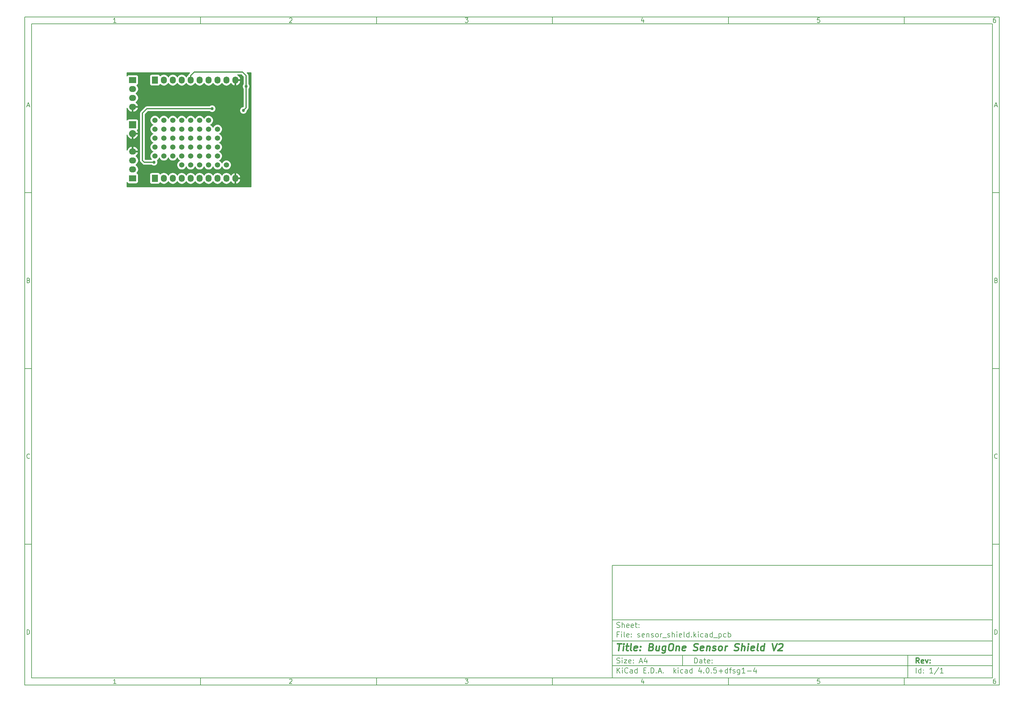
<source format=gbl>
G04 #@! TF.FileFunction,Copper,L2,Bot,Signal*
%FSLAX46Y46*%
G04 Gerber Fmt 4.6, Leading zero omitted, Abs format (unit mm)*
G04 Created by KiCad (PCBNEW 4.0.5+dfsg1-4) date Wed Mar  8 22:35:58 2017*
%MOMM*%
%LPD*%
G01*
G04 APERTURE LIST*
%ADD10C,0.100000*%
%ADD11C,0.150000*%
%ADD12C,0.300000*%
%ADD13C,0.400000*%
%ADD14R,2.032000X1.727200*%
%ADD15O,2.032000X1.727200*%
%ADD16R,1.727200X2.032000*%
%ADD17O,1.727200X2.032000*%
%ADD18C,1.500000*%
%ADD19R,2.032000X2.032000*%
%ADD20O,2.032000X2.032000*%
%ADD21C,0.863600*%
%ADD22C,0.355600*%
%ADD23C,0.254000*%
G04 APERTURE END LIST*
D10*
D11*
X177002200Y-166007200D02*
X177002200Y-198007200D01*
X285002200Y-198007200D01*
X285002200Y-166007200D01*
X177002200Y-166007200D01*
D10*
D11*
X10000000Y-10000000D02*
X10000000Y-200007200D01*
X287002200Y-200007200D01*
X287002200Y-10000000D01*
X10000000Y-10000000D01*
D10*
D11*
X12000000Y-12000000D02*
X12000000Y-198007200D01*
X285002200Y-198007200D01*
X285002200Y-12000000D01*
X12000000Y-12000000D01*
D10*
D11*
X60000000Y-12000000D02*
X60000000Y-10000000D01*
D10*
D11*
X110000000Y-12000000D02*
X110000000Y-10000000D01*
D10*
D11*
X160000000Y-12000000D02*
X160000000Y-10000000D01*
D10*
D11*
X210000000Y-12000000D02*
X210000000Y-10000000D01*
D10*
D11*
X260000000Y-12000000D02*
X260000000Y-10000000D01*
D10*
D11*
X35990476Y-11588095D02*
X35247619Y-11588095D01*
X35619048Y-11588095D02*
X35619048Y-10288095D01*
X35495238Y-10473810D01*
X35371429Y-10597619D01*
X35247619Y-10659524D01*
D10*
D11*
X85247619Y-10411905D02*
X85309524Y-10350000D01*
X85433333Y-10288095D01*
X85742857Y-10288095D01*
X85866667Y-10350000D01*
X85928571Y-10411905D01*
X85990476Y-10535714D01*
X85990476Y-10659524D01*
X85928571Y-10845238D01*
X85185714Y-11588095D01*
X85990476Y-11588095D01*
D10*
D11*
X135185714Y-10288095D02*
X135990476Y-10288095D01*
X135557143Y-10783333D01*
X135742857Y-10783333D01*
X135866667Y-10845238D01*
X135928571Y-10907143D01*
X135990476Y-11030952D01*
X135990476Y-11340476D01*
X135928571Y-11464286D01*
X135866667Y-11526190D01*
X135742857Y-11588095D01*
X135371429Y-11588095D01*
X135247619Y-11526190D01*
X135185714Y-11464286D01*
D10*
D11*
X185866667Y-10721429D02*
X185866667Y-11588095D01*
X185557143Y-10226190D02*
X185247619Y-11154762D01*
X186052381Y-11154762D01*
D10*
D11*
X235928571Y-10288095D02*
X235309524Y-10288095D01*
X235247619Y-10907143D01*
X235309524Y-10845238D01*
X235433333Y-10783333D01*
X235742857Y-10783333D01*
X235866667Y-10845238D01*
X235928571Y-10907143D01*
X235990476Y-11030952D01*
X235990476Y-11340476D01*
X235928571Y-11464286D01*
X235866667Y-11526190D01*
X235742857Y-11588095D01*
X235433333Y-11588095D01*
X235309524Y-11526190D01*
X235247619Y-11464286D01*
D10*
D11*
X285866667Y-10288095D02*
X285619048Y-10288095D01*
X285495238Y-10350000D01*
X285433333Y-10411905D01*
X285309524Y-10597619D01*
X285247619Y-10845238D01*
X285247619Y-11340476D01*
X285309524Y-11464286D01*
X285371429Y-11526190D01*
X285495238Y-11588095D01*
X285742857Y-11588095D01*
X285866667Y-11526190D01*
X285928571Y-11464286D01*
X285990476Y-11340476D01*
X285990476Y-11030952D01*
X285928571Y-10907143D01*
X285866667Y-10845238D01*
X285742857Y-10783333D01*
X285495238Y-10783333D01*
X285371429Y-10845238D01*
X285309524Y-10907143D01*
X285247619Y-11030952D01*
D10*
D11*
X60000000Y-198007200D02*
X60000000Y-200007200D01*
D10*
D11*
X110000000Y-198007200D02*
X110000000Y-200007200D01*
D10*
D11*
X160000000Y-198007200D02*
X160000000Y-200007200D01*
D10*
D11*
X210000000Y-198007200D02*
X210000000Y-200007200D01*
D10*
D11*
X260000000Y-198007200D02*
X260000000Y-200007200D01*
D10*
D11*
X35990476Y-199595295D02*
X35247619Y-199595295D01*
X35619048Y-199595295D02*
X35619048Y-198295295D01*
X35495238Y-198481010D01*
X35371429Y-198604819D01*
X35247619Y-198666724D01*
D10*
D11*
X85247619Y-198419105D02*
X85309524Y-198357200D01*
X85433333Y-198295295D01*
X85742857Y-198295295D01*
X85866667Y-198357200D01*
X85928571Y-198419105D01*
X85990476Y-198542914D01*
X85990476Y-198666724D01*
X85928571Y-198852438D01*
X85185714Y-199595295D01*
X85990476Y-199595295D01*
D10*
D11*
X135185714Y-198295295D02*
X135990476Y-198295295D01*
X135557143Y-198790533D01*
X135742857Y-198790533D01*
X135866667Y-198852438D01*
X135928571Y-198914343D01*
X135990476Y-199038152D01*
X135990476Y-199347676D01*
X135928571Y-199471486D01*
X135866667Y-199533390D01*
X135742857Y-199595295D01*
X135371429Y-199595295D01*
X135247619Y-199533390D01*
X135185714Y-199471486D01*
D10*
D11*
X185866667Y-198728629D02*
X185866667Y-199595295D01*
X185557143Y-198233390D02*
X185247619Y-199161962D01*
X186052381Y-199161962D01*
D10*
D11*
X235928571Y-198295295D02*
X235309524Y-198295295D01*
X235247619Y-198914343D01*
X235309524Y-198852438D01*
X235433333Y-198790533D01*
X235742857Y-198790533D01*
X235866667Y-198852438D01*
X235928571Y-198914343D01*
X235990476Y-199038152D01*
X235990476Y-199347676D01*
X235928571Y-199471486D01*
X235866667Y-199533390D01*
X235742857Y-199595295D01*
X235433333Y-199595295D01*
X235309524Y-199533390D01*
X235247619Y-199471486D01*
D10*
D11*
X285866667Y-198295295D02*
X285619048Y-198295295D01*
X285495238Y-198357200D01*
X285433333Y-198419105D01*
X285309524Y-198604819D01*
X285247619Y-198852438D01*
X285247619Y-199347676D01*
X285309524Y-199471486D01*
X285371429Y-199533390D01*
X285495238Y-199595295D01*
X285742857Y-199595295D01*
X285866667Y-199533390D01*
X285928571Y-199471486D01*
X285990476Y-199347676D01*
X285990476Y-199038152D01*
X285928571Y-198914343D01*
X285866667Y-198852438D01*
X285742857Y-198790533D01*
X285495238Y-198790533D01*
X285371429Y-198852438D01*
X285309524Y-198914343D01*
X285247619Y-199038152D01*
D10*
D11*
X10000000Y-60000000D02*
X12000000Y-60000000D01*
D10*
D11*
X10000000Y-110000000D02*
X12000000Y-110000000D01*
D10*
D11*
X10000000Y-160000000D02*
X12000000Y-160000000D01*
D10*
D11*
X10690476Y-35216667D02*
X11309524Y-35216667D01*
X10566667Y-35588095D02*
X11000000Y-34288095D01*
X11433333Y-35588095D01*
D10*
D11*
X11092857Y-84907143D02*
X11278571Y-84969048D01*
X11340476Y-85030952D01*
X11402381Y-85154762D01*
X11402381Y-85340476D01*
X11340476Y-85464286D01*
X11278571Y-85526190D01*
X11154762Y-85588095D01*
X10659524Y-85588095D01*
X10659524Y-84288095D01*
X11092857Y-84288095D01*
X11216667Y-84350000D01*
X11278571Y-84411905D01*
X11340476Y-84535714D01*
X11340476Y-84659524D01*
X11278571Y-84783333D01*
X11216667Y-84845238D01*
X11092857Y-84907143D01*
X10659524Y-84907143D01*
D10*
D11*
X11402381Y-135464286D02*
X11340476Y-135526190D01*
X11154762Y-135588095D01*
X11030952Y-135588095D01*
X10845238Y-135526190D01*
X10721429Y-135402381D01*
X10659524Y-135278571D01*
X10597619Y-135030952D01*
X10597619Y-134845238D01*
X10659524Y-134597619D01*
X10721429Y-134473810D01*
X10845238Y-134350000D01*
X11030952Y-134288095D01*
X11154762Y-134288095D01*
X11340476Y-134350000D01*
X11402381Y-134411905D01*
D10*
D11*
X10659524Y-185588095D02*
X10659524Y-184288095D01*
X10969048Y-184288095D01*
X11154762Y-184350000D01*
X11278571Y-184473810D01*
X11340476Y-184597619D01*
X11402381Y-184845238D01*
X11402381Y-185030952D01*
X11340476Y-185278571D01*
X11278571Y-185402381D01*
X11154762Y-185526190D01*
X10969048Y-185588095D01*
X10659524Y-185588095D01*
D10*
D11*
X287002200Y-60000000D02*
X285002200Y-60000000D01*
D10*
D11*
X287002200Y-110000000D02*
X285002200Y-110000000D01*
D10*
D11*
X287002200Y-160000000D02*
X285002200Y-160000000D01*
D10*
D11*
X285692676Y-35216667D02*
X286311724Y-35216667D01*
X285568867Y-35588095D02*
X286002200Y-34288095D01*
X286435533Y-35588095D01*
D10*
D11*
X286095057Y-84907143D02*
X286280771Y-84969048D01*
X286342676Y-85030952D01*
X286404581Y-85154762D01*
X286404581Y-85340476D01*
X286342676Y-85464286D01*
X286280771Y-85526190D01*
X286156962Y-85588095D01*
X285661724Y-85588095D01*
X285661724Y-84288095D01*
X286095057Y-84288095D01*
X286218867Y-84350000D01*
X286280771Y-84411905D01*
X286342676Y-84535714D01*
X286342676Y-84659524D01*
X286280771Y-84783333D01*
X286218867Y-84845238D01*
X286095057Y-84907143D01*
X285661724Y-84907143D01*
D10*
D11*
X286404581Y-135464286D02*
X286342676Y-135526190D01*
X286156962Y-135588095D01*
X286033152Y-135588095D01*
X285847438Y-135526190D01*
X285723629Y-135402381D01*
X285661724Y-135278571D01*
X285599819Y-135030952D01*
X285599819Y-134845238D01*
X285661724Y-134597619D01*
X285723629Y-134473810D01*
X285847438Y-134350000D01*
X286033152Y-134288095D01*
X286156962Y-134288095D01*
X286342676Y-134350000D01*
X286404581Y-134411905D01*
D10*
D11*
X285661724Y-185588095D02*
X285661724Y-184288095D01*
X285971248Y-184288095D01*
X286156962Y-184350000D01*
X286280771Y-184473810D01*
X286342676Y-184597619D01*
X286404581Y-184845238D01*
X286404581Y-185030952D01*
X286342676Y-185278571D01*
X286280771Y-185402381D01*
X286156962Y-185526190D01*
X285971248Y-185588095D01*
X285661724Y-185588095D01*
D10*
D11*
X200359343Y-193785771D02*
X200359343Y-192285771D01*
X200716486Y-192285771D01*
X200930771Y-192357200D01*
X201073629Y-192500057D01*
X201145057Y-192642914D01*
X201216486Y-192928629D01*
X201216486Y-193142914D01*
X201145057Y-193428629D01*
X201073629Y-193571486D01*
X200930771Y-193714343D01*
X200716486Y-193785771D01*
X200359343Y-193785771D01*
X202502200Y-193785771D02*
X202502200Y-193000057D01*
X202430771Y-192857200D01*
X202287914Y-192785771D01*
X202002200Y-192785771D01*
X201859343Y-192857200D01*
X202502200Y-193714343D02*
X202359343Y-193785771D01*
X202002200Y-193785771D01*
X201859343Y-193714343D01*
X201787914Y-193571486D01*
X201787914Y-193428629D01*
X201859343Y-193285771D01*
X202002200Y-193214343D01*
X202359343Y-193214343D01*
X202502200Y-193142914D01*
X203002200Y-192785771D02*
X203573629Y-192785771D01*
X203216486Y-192285771D02*
X203216486Y-193571486D01*
X203287914Y-193714343D01*
X203430772Y-193785771D01*
X203573629Y-193785771D01*
X204645057Y-193714343D02*
X204502200Y-193785771D01*
X204216486Y-193785771D01*
X204073629Y-193714343D01*
X204002200Y-193571486D01*
X204002200Y-193000057D01*
X204073629Y-192857200D01*
X204216486Y-192785771D01*
X204502200Y-192785771D01*
X204645057Y-192857200D01*
X204716486Y-193000057D01*
X204716486Y-193142914D01*
X204002200Y-193285771D01*
X205359343Y-193642914D02*
X205430771Y-193714343D01*
X205359343Y-193785771D01*
X205287914Y-193714343D01*
X205359343Y-193642914D01*
X205359343Y-193785771D01*
X205359343Y-192857200D02*
X205430771Y-192928629D01*
X205359343Y-193000057D01*
X205287914Y-192928629D01*
X205359343Y-192857200D01*
X205359343Y-193000057D01*
D10*
D11*
X177002200Y-194507200D02*
X285002200Y-194507200D01*
D10*
D11*
X178359343Y-196585771D02*
X178359343Y-195085771D01*
X179216486Y-196585771D02*
X178573629Y-195728629D01*
X179216486Y-195085771D02*
X178359343Y-195942914D01*
X179859343Y-196585771D02*
X179859343Y-195585771D01*
X179859343Y-195085771D02*
X179787914Y-195157200D01*
X179859343Y-195228629D01*
X179930771Y-195157200D01*
X179859343Y-195085771D01*
X179859343Y-195228629D01*
X181430772Y-196442914D02*
X181359343Y-196514343D01*
X181145057Y-196585771D01*
X181002200Y-196585771D01*
X180787915Y-196514343D01*
X180645057Y-196371486D01*
X180573629Y-196228629D01*
X180502200Y-195942914D01*
X180502200Y-195728629D01*
X180573629Y-195442914D01*
X180645057Y-195300057D01*
X180787915Y-195157200D01*
X181002200Y-195085771D01*
X181145057Y-195085771D01*
X181359343Y-195157200D01*
X181430772Y-195228629D01*
X182716486Y-196585771D02*
X182716486Y-195800057D01*
X182645057Y-195657200D01*
X182502200Y-195585771D01*
X182216486Y-195585771D01*
X182073629Y-195657200D01*
X182716486Y-196514343D02*
X182573629Y-196585771D01*
X182216486Y-196585771D01*
X182073629Y-196514343D01*
X182002200Y-196371486D01*
X182002200Y-196228629D01*
X182073629Y-196085771D01*
X182216486Y-196014343D01*
X182573629Y-196014343D01*
X182716486Y-195942914D01*
X184073629Y-196585771D02*
X184073629Y-195085771D01*
X184073629Y-196514343D02*
X183930772Y-196585771D01*
X183645058Y-196585771D01*
X183502200Y-196514343D01*
X183430772Y-196442914D01*
X183359343Y-196300057D01*
X183359343Y-195871486D01*
X183430772Y-195728629D01*
X183502200Y-195657200D01*
X183645058Y-195585771D01*
X183930772Y-195585771D01*
X184073629Y-195657200D01*
X185930772Y-195800057D02*
X186430772Y-195800057D01*
X186645058Y-196585771D02*
X185930772Y-196585771D01*
X185930772Y-195085771D01*
X186645058Y-195085771D01*
X187287915Y-196442914D02*
X187359343Y-196514343D01*
X187287915Y-196585771D01*
X187216486Y-196514343D01*
X187287915Y-196442914D01*
X187287915Y-196585771D01*
X188002201Y-196585771D02*
X188002201Y-195085771D01*
X188359344Y-195085771D01*
X188573629Y-195157200D01*
X188716487Y-195300057D01*
X188787915Y-195442914D01*
X188859344Y-195728629D01*
X188859344Y-195942914D01*
X188787915Y-196228629D01*
X188716487Y-196371486D01*
X188573629Y-196514343D01*
X188359344Y-196585771D01*
X188002201Y-196585771D01*
X189502201Y-196442914D02*
X189573629Y-196514343D01*
X189502201Y-196585771D01*
X189430772Y-196514343D01*
X189502201Y-196442914D01*
X189502201Y-196585771D01*
X190145058Y-196157200D02*
X190859344Y-196157200D01*
X190002201Y-196585771D02*
X190502201Y-195085771D01*
X191002201Y-196585771D01*
X191502201Y-196442914D02*
X191573629Y-196514343D01*
X191502201Y-196585771D01*
X191430772Y-196514343D01*
X191502201Y-196442914D01*
X191502201Y-196585771D01*
X194502201Y-196585771D02*
X194502201Y-195085771D01*
X194645058Y-196014343D02*
X195073629Y-196585771D01*
X195073629Y-195585771D02*
X194502201Y-196157200D01*
X195716487Y-196585771D02*
X195716487Y-195585771D01*
X195716487Y-195085771D02*
X195645058Y-195157200D01*
X195716487Y-195228629D01*
X195787915Y-195157200D01*
X195716487Y-195085771D01*
X195716487Y-195228629D01*
X197073630Y-196514343D02*
X196930773Y-196585771D01*
X196645059Y-196585771D01*
X196502201Y-196514343D01*
X196430773Y-196442914D01*
X196359344Y-196300057D01*
X196359344Y-195871486D01*
X196430773Y-195728629D01*
X196502201Y-195657200D01*
X196645059Y-195585771D01*
X196930773Y-195585771D01*
X197073630Y-195657200D01*
X198359344Y-196585771D02*
X198359344Y-195800057D01*
X198287915Y-195657200D01*
X198145058Y-195585771D01*
X197859344Y-195585771D01*
X197716487Y-195657200D01*
X198359344Y-196514343D02*
X198216487Y-196585771D01*
X197859344Y-196585771D01*
X197716487Y-196514343D01*
X197645058Y-196371486D01*
X197645058Y-196228629D01*
X197716487Y-196085771D01*
X197859344Y-196014343D01*
X198216487Y-196014343D01*
X198359344Y-195942914D01*
X199716487Y-196585771D02*
X199716487Y-195085771D01*
X199716487Y-196514343D02*
X199573630Y-196585771D01*
X199287916Y-196585771D01*
X199145058Y-196514343D01*
X199073630Y-196442914D01*
X199002201Y-196300057D01*
X199002201Y-195871486D01*
X199073630Y-195728629D01*
X199145058Y-195657200D01*
X199287916Y-195585771D01*
X199573630Y-195585771D01*
X199716487Y-195657200D01*
X202216487Y-195585771D02*
X202216487Y-196585771D01*
X201859344Y-195014343D02*
X201502201Y-196085771D01*
X202430773Y-196085771D01*
X203002201Y-196442914D02*
X203073629Y-196514343D01*
X203002201Y-196585771D01*
X202930772Y-196514343D01*
X203002201Y-196442914D01*
X203002201Y-196585771D01*
X204002201Y-195085771D02*
X204145058Y-195085771D01*
X204287915Y-195157200D01*
X204359344Y-195228629D01*
X204430773Y-195371486D01*
X204502201Y-195657200D01*
X204502201Y-196014343D01*
X204430773Y-196300057D01*
X204359344Y-196442914D01*
X204287915Y-196514343D01*
X204145058Y-196585771D01*
X204002201Y-196585771D01*
X203859344Y-196514343D01*
X203787915Y-196442914D01*
X203716487Y-196300057D01*
X203645058Y-196014343D01*
X203645058Y-195657200D01*
X203716487Y-195371486D01*
X203787915Y-195228629D01*
X203859344Y-195157200D01*
X204002201Y-195085771D01*
X205145058Y-196442914D02*
X205216486Y-196514343D01*
X205145058Y-196585771D01*
X205073629Y-196514343D01*
X205145058Y-196442914D01*
X205145058Y-196585771D01*
X206573630Y-195085771D02*
X205859344Y-195085771D01*
X205787915Y-195800057D01*
X205859344Y-195728629D01*
X206002201Y-195657200D01*
X206359344Y-195657200D01*
X206502201Y-195728629D01*
X206573630Y-195800057D01*
X206645058Y-195942914D01*
X206645058Y-196300057D01*
X206573630Y-196442914D01*
X206502201Y-196514343D01*
X206359344Y-196585771D01*
X206002201Y-196585771D01*
X205859344Y-196514343D01*
X205787915Y-196442914D01*
X207287915Y-196014343D02*
X208430772Y-196014343D01*
X207859343Y-196585771D02*
X207859343Y-195442914D01*
X209787915Y-196585771D02*
X209787915Y-195085771D01*
X209787915Y-196514343D02*
X209645058Y-196585771D01*
X209359344Y-196585771D01*
X209216486Y-196514343D01*
X209145058Y-196442914D01*
X209073629Y-196300057D01*
X209073629Y-195871486D01*
X209145058Y-195728629D01*
X209216486Y-195657200D01*
X209359344Y-195585771D01*
X209645058Y-195585771D01*
X209787915Y-195657200D01*
X210287915Y-195585771D02*
X210859344Y-195585771D01*
X210502201Y-196585771D02*
X210502201Y-195300057D01*
X210573629Y-195157200D01*
X210716487Y-195085771D01*
X210859344Y-195085771D01*
X211287915Y-196514343D02*
X211430772Y-196585771D01*
X211716487Y-196585771D01*
X211859344Y-196514343D01*
X211930772Y-196371486D01*
X211930772Y-196300057D01*
X211859344Y-196157200D01*
X211716487Y-196085771D01*
X211502201Y-196085771D01*
X211359344Y-196014343D01*
X211287915Y-195871486D01*
X211287915Y-195800057D01*
X211359344Y-195657200D01*
X211502201Y-195585771D01*
X211716487Y-195585771D01*
X211859344Y-195657200D01*
X213216487Y-195585771D02*
X213216487Y-196800057D01*
X213145058Y-196942914D01*
X213073630Y-197014343D01*
X212930773Y-197085771D01*
X212716487Y-197085771D01*
X212573630Y-197014343D01*
X213216487Y-196514343D02*
X213073630Y-196585771D01*
X212787916Y-196585771D01*
X212645058Y-196514343D01*
X212573630Y-196442914D01*
X212502201Y-196300057D01*
X212502201Y-195871486D01*
X212573630Y-195728629D01*
X212645058Y-195657200D01*
X212787916Y-195585771D01*
X213073630Y-195585771D01*
X213216487Y-195657200D01*
X214716487Y-196585771D02*
X213859344Y-196585771D01*
X214287916Y-196585771D02*
X214287916Y-195085771D01*
X214145059Y-195300057D01*
X214002201Y-195442914D01*
X213859344Y-195514343D01*
X215359344Y-196014343D02*
X216502201Y-196014343D01*
X217859344Y-195585771D02*
X217859344Y-196585771D01*
X217502201Y-195014343D02*
X217145058Y-196085771D01*
X218073630Y-196085771D01*
D10*
D11*
X177002200Y-191507200D02*
X285002200Y-191507200D01*
D10*
D12*
X264216486Y-193785771D02*
X263716486Y-193071486D01*
X263359343Y-193785771D02*
X263359343Y-192285771D01*
X263930771Y-192285771D01*
X264073629Y-192357200D01*
X264145057Y-192428629D01*
X264216486Y-192571486D01*
X264216486Y-192785771D01*
X264145057Y-192928629D01*
X264073629Y-193000057D01*
X263930771Y-193071486D01*
X263359343Y-193071486D01*
X265430771Y-193714343D02*
X265287914Y-193785771D01*
X265002200Y-193785771D01*
X264859343Y-193714343D01*
X264787914Y-193571486D01*
X264787914Y-193000057D01*
X264859343Y-192857200D01*
X265002200Y-192785771D01*
X265287914Y-192785771D01*
X265430771Y-192857200D01*
X265502200Y-193000057D01*
X265502200Y-193142914D01*
X264787914Y-193285771D01*
X266002200Y-192785771D02*
X266359343Y-193785771D01*
X266716485Y-192785771D01*
X267287914Y-193642914D02*
X267359342Y-193714343D01*
X267287914Y-193785771D01*
X267216485Y-193714343D01*
X267287914Y-193642914D01*
X267287914Y-193785771D01*
X267287914Y-192857200D02*
X267359342Y-192928629D01*
X267287914Y-193000057D01*
X267216485Y-192928629D01*
X267287914Y-192857200D01*
X267287914Y-193000057D01*
D10*
D11*
X178287914Y-193714343D02*
X178502200Y-193785771D01*
X178859343Y-193785771D01*
X179002200Y-193714343D01*
X179073629Y-193642914D01*
X179145057Y-193500057D01*
X179145057Y-193357200D01*
X179073629Y-193214343D01*
X179002200Y-193142914D01*
X178859343Y-193071486D01*
X178573629Y-193000057D01*
X178430771Y-192928629D01*
X178359343Y-192857200D01*
X178287914Y-192714343D01*
X178287914Y-192571486D01*
X178359343Y-192428629D01*
X178430771Y-192357200D01*
X178573629Y-192285771D01*
X178930771Y-192285771D01*
X179145057Y-192357200D01*
X179787914Y-193785771D02*
X179787914Y-192785771D01*
X179787914Y-192285771D02*
X179716485Y-192357200D01*
X179787914Y-192428629D01*
X179859342Y-192357200D01*
X179787914Y-192285771D01*
X179787914Y-192428629D01*
X180359343Y-192785771D02*
X181145057Y-192785771D01*
X180359343Y-193785771D01*
X181145057Y-193785771D01*
X182287914Y-193714343D02*
X182145057Y-193785771D01*
X181859343Y-193785771D01*
X181716486Y-193714343D01*
X181645057Y-193571486D01*
X181645057Y-193000057D01*
X181716486Y-192857200D01*
X181859343Y-192785771D01*
X182145057Y-192785771D01*
X182287914Y-192857200D01*
X182359343Y-193000057D01*
X182359343Y-193142914D01*
X181645057Y-193285771D01*
X183002200Y-193642914D02*
X183073628Y-193714343D01*
X183002200Y-193785771D01*
X182930771Y-193714343D01*
X183002200Y-193642914D01*
X183002200Y-193785771D01*
X183002200Y-192857200D02*
X183073628Y-192928629D01*
X183002200Y-193000057D01*
X182930771Y-192928629D01*
X183002200Y-192857200D01*
X183002200Y-193000057D01*
X184787914Y-193357200D02*
X185502200Y-193357200D01*
X184645057Y-193785771D02*
X185145057Y-192285771D01*
X185645057Y-193785771D01*
X186787914Y-192785771D02*
X186787914Y-193785771D01*
X186430771Y-192214343D02*
X186073628Y-193285771D01*
X187002200Y-193285771D01*
D10*
D11*
X263359343Y-196585771D02*
X263359343Y-195085771D01*
X264716486Y-196585771D02*
X264716486Y-195085771D01*
X264716486Y-196514343D02*
X264573629Y-196585771D01*
X264287915Y-196585771D01*
X264145057Y-196514343D01*
X264073629Y-196442914D01*
X264002200Y-196300057D01*
X264002200Y-195871486D01*
X264073629Y-195728629D01*
X264145057Y-195657200D01*
X264287915Y-195585771D01*
X264573629Y-195585771D01*
X264716486Y-195657200D01*
X265430772Y-196442914D02*
X265502200Y-196514343D01*
X265430772Y-196585771D01*
X265359343Y-196514343D01*
X265430772Y-196442914D01*
X265430772Y-196585771D01*
X265430772Y-195657200D02*
X265502200Y-195728629D01*
X265430772Y-195800057D01*
X265359343Y-195728629D01*
X265430772Y-195657200D01*
X265430772Y-195800057D01*
X268073629Y-196585771D02*
X267216486Y-196585771D01*
X267645058Y-196585771D02*
X267645058Y-195085771D01*
X267502201Y-195300057D01*
X267359343Y-195442914D01*
X267216486Y-195514343D01*
X269787914Y-195014343D02*
X268502200Y-196942914D01*
X271073629Y-196585771D02*
X270216486Y-196585771D01*
X270645058Y-196585771D02*
X270645058Y-195085771D01*
X270502201Y-195300057D01*
X270359343Y-195442914D01*
X270216486Y-195514343D01*
D10*
D11*
X177002200Y-187507200D02*
X285002200Y-187507200D01*
D10*
D13*
X178454581Y-188211962D02*
X179597438Y-188211962D01*
X178776010Y-190211962D02*
X179026010Y-188211962D01*
X180014105Y-190211962D02*
X180180771Y-188878629D01*
X180264105Y-188211962D02*
X180156962Y-188307200D01*
X180240295Y-188402438D01*
X180347439Y-188307200D01*
X180264105Y-188211962D01*
X180240295Y-188402438D01*
X180847438Y-188878629D02*
X181609343Y-188878629D01*
X181216486Y-188211962D02*
X181002200Y-189926248D01*
X181073630Y-190116724D01*
X181252201Y-190211962D01*
X181442677Y-190211962D01*
X182395058Y-190211962D02*
X182216487Y-190116724D01*
X182145057Y-189926248D01*
X182359343Y-188211962D01*
X183930772Y-190116724D02*
X183728391Y-190211962D01*
X183347439Y-190211962D01*
X183168867Y-190116724D01*
X183097438Y-189926248D01*
X183192676Y-189164343D01*
X183311724Y-188973867D01*
X183514105Y-188878629D01*
X183895057Y-188878629D01*
X184073629Y-188973867D01*
X184145057Y-189164343D01*
X184121248Y-189354819D01*
X183145057Y-189545295D01*
X184895057Y-190021486D02*
X184978392Y-190116724D01*
X184871248Y-190211962D01*
X184787915Y-190116724D01*
X184895057Y-190021486D01*
X184871248Y-190211962D01*
X185026010Y-188973867D02*
X185109344Y-189069105D01*
X185002200Y-189164343D01*
X184918867Y-189069105D01*
X185026010Y-188973867D01*
X185002200Y-189164343D01*
X188145058Y-189164343D02*
X188418867Y-189259581D01*
X188502202Y-189354819D01*
X188573630Y-189545295D01*
X188537916Y-189831010D01*
X188418868Y-190021486D01*
X188311725Y-190116724D01*
X188109344Y-190211962D01*
X187347439Y-190211962D01*
X187597439Y-188211962D01*
X188264106Y-188211962D01*
X188442677Y-188307200D01*
X188526010Y-188402438D01*
X188597440Y-188592914D01*
X188573630Y-188783390D01*
X188454582Y-188973867D01*
X188347439Y-189069105D01*
X188145058Y-189164343D01*
X187478391Y-189164343D01*
X190371248Y-188878629D02*
X190204582Y-190211962D01*
X189514105Y-188878629D02*
X189383153Y-189926248D01*
X189454583Y-190116724D01*
X189633154Y-190211962D01*
X189918868Y-190211962D01*
X190121249Y-190116724D01*
X190228391Y-190021486D01*
X192180772Y-188878629D02*
X191978391Y-190497676D01*
X191859344Y-190688152D01*
X191752201Y-190783390D01*
X191549820Y-190878629D01*
X191264106Y-190878629D01*
X191085534Y-190783390D01*
X192026011Y-190116724D02*
X191823630Y-190211962D01*
X191442678Y-190211962D01*
X191264107Y-190116724D01*
X191180772Y-190021486D01*
X191109344Y-189831010D01*
X191180772Y-189259581D01*
X191299820Y-189069105D01*
X191406964Y-188973867D01*
X191609344Y-188878629D01*
X191990296Y-188878629D01*
X192168868Y-188973867D01*
X193597440Y-188211962D02*
X193978392Y-188211962D01*
X194156963Y-188307200D01*
X194323631Y-188497676D01*
X194371249Y-188878629D01*
X194287916Y-189545295D01*
X194145059Y-189926248D01*
X193930773Y-190116724D01*
X193728392Y-190211962D01*
X193347440Y-190211962D01*
X193168869Y-190116724D01*
X193002201Y-189926248D01*
X192954582Y-189545295D01*
X193037915Y-188878629D01*
X193180773Y-188497676D01*
X193395059Y-188307200D01*
X193597440Y-188211962D01*
X195228391Y-188878629D02*
X195061725Y-190211962D01*
X195204582Y-189069105D02*
X195311726Y-188973867D01*
X195514106Y-188878629D01*
X195799820Y-188878629D01*
X195978392Y-188973867D01*
X196049820Y-189164343D01*
X195918868Y-190211962D01*
X197645059Y-190116724D02*
X197442678Y-190211962D01*
X197061726Y-190211962D01*
X196883154Y-190116724D01*
X196811725Y-189926248D01*
X196906963Y-189164343D01*
X197026011Y-188973867D01*
X197228392Y-188878629D01*
X197609344Y-188878629D01*
X197787916Y-188973867D01*
X197859344Y-189164343D01*
X197835535Y-189354819D01*
X196859344Y-189545295D01*
X200026012Y-190116724D02*
X200299822Y-190211962D01*
X200776012Y-190211962D01*
X200978393Y-190116724D01*
X201085535Y-190021486D01*
X201204584Y-189831010D01*
X201228393Y-189640533D01*
X201156964Y-189450057D01*
X201073631Y-189354819D01*
X200895059Y-189259581D01*
X200526012Y-189164343D01*
X200347441Y-189069105D01*
X200264107Y-188973867D01*
X200192678Y-188783390D01*
X200216488Y-188592914D01*
X200335535Y-188402438D01*
X200442679Y-188307200D01*
X200645060Y-188211962D01*
X201121250Y-188211962D01*
X201395060Y-188307200D01*
X202787917Y-190116724D02*
X202585536Y-190211962D01*
X202204584Y-190211962D01*
X202026012Y-190116724D01*
X201954583Y-189926248D01*
X202049821Y-189164343D01*
X202168869Y-188973867D01*
X202371250Y-188878629D01*
X202752202Y-188878629D01*
X202930774Y-188973867D01*
X203002202Y-189164343D01*
X202978393Y-189354819D01*
X202002202Y-189545295D01*
X203895059Y-188878629D02*
X203728393Y-190211962D01*
X203871250Y-189069105D02*
X203978394Y-188973867D01*
X204180774Y-188878629D01*
X204466488Y-188878629D01*
X204645060Y-188973867D01*
X204716488Y-189164343D01*
X204585536Y-190211962D01*
X205454584Y-190116724D02*
X205633156Y-190211962D01*
X206014108Y-190211962D01*
X206216489Y-190116724D01*
X206335536Y-189926248D01*
X206347441Y-189831010D01*
X206276012Y-189640533D01*
X206097441Y-189545295D01*
X205811727Y-189545295D01*
X205633155Y-189450057D01*
X205561726Y-189259581D01*
X205573631Y-189164343D01*
X205692679Y-188973867D01*
X205895060Y-188878629D01*
X206180774Y-188878629D01*
X206359346Y-188973867D01*
X207442680Y-190211962D02*
X207264109Y-190116724D01*
X207180774Y-190021486D01*
X207109346Y-189831010D01*
X207180774Y-189259581D01*
X207299822Y-189069105D01*
X207406966Y-188973867D01*
X207609346Y-188878629D01*
X207895060Y-188878629D01*
X208073632Y-188973867D01*
X208156965Y-189069105D01*
X208228393Y-189259581D01*
X208156965Y-189831010D01*
X208037917Y-190021486D01*
X207930775Y-190116724D01*
X207728394Y-190211962D01*
X207442680Y-190211962D01*
X208966489Y-190211962D02*
X209133155Y-188878629D01*
X209085536Y-189259581D02*
X209204585Y-189069105D01*
X209311728Y-188973867D01*
X209514108Y-188878629D01*
X209704584Y-188878629D01*
X211645061Y-190116724D02*
X211918871Y-190211962D01*
X212395061Y-190211962D01*
X212597442Y-190116724D01*
X212704584Y-190021486D01*
X212823633Y-189831010D01*
X212847442Y-189640533D01*
X212776013Y-189450057D01*
X212692680Y-189354819D01*
X212514108Y-189259581D01*
X212145061Y-189164343D01*
X211966490Y-189069105D01*
X211883156Y-188973867D01*
X211811727Y-188783390D01*
X211835537Y-188592914D01*
X211954584Y-188402438D01*
X212061728Y-188307200D01*
X212264109Y-188211962D01*
X212740299Y-188211962D01*
X213014109Y-188307200D01*
X213633156Y-190211962D02*
X213883156Y-188211962D01*
X214490299Y-190211962D02*
X214621251Y-189164343D01*
X214549823Y-188973867D01*
X214371251Y-188878629D01*
X214085537Y-188878629D01*
X213883157Y-188973867D01*
X213776013Y-189069105D01*
X215442680Y-190211962D02*
X215609346Y-188878629D01*
X215692680Y-188211962D02*
X215585537Y-188307200D01*
X215668870Y-188402438D01*
X215776014Y-188307200D01*
X215692680Y-188211962D01*
X215668870Y-188402438D01*
X217168871Y-190116724D02*
X216966490Y-190211962D01*
X216585538Y-190211962D01*
X216406966Y-190116724D01*
X216335537Y-189926248D01*
X216430775Y-189164343D01*
X216549823Y-188973867D01*
X216752204Y-188878629D01*
X217133156Y-188878629D01*
X217311728Y-188973867D01*
X217383156Y-189164343D01*
X217359347Y-189354819D01*
X216383156Y-189545295D01*
X218395062Y-190211962D02*
X218216491Y-190116724D01*
X218145061Y-189926248D01*
X218359347Y-188211962D01*
X220014109Y-190211962D02*
X220264109Y-188211962D01*
X220026014Y-190116724D02*
X219823633Y-190211962D01*
X219442681Y-190211962D01*
X219264110Y-190116724D01*
X219180775Y-190021486D01*
X219109347Y-189831010D01*
X219180775Y-189259581D01*
X219299823Y-189069105D01*
X219406967Y-188973867D01*
X219609347Y-188878629D01*
X219990299Y-188878629D01*
X220168871Y-188973867D01*
X222454586Y-188211962D02*
X222871253Y-190211962D01*
X223787920Y-188211962D01*
X224335538Y-188402438D02*
X224442681Y-188307200D01*
X224645063Y-188211962D01*
X225121253Y-188211962D01*
X225299824Y-188307200D01*
X225383157Y-188402438D01*
X225454587Y-188592914D01*
X225430777Y-188783390D01*
X225299824Y-189069105D01*
X224014110Y-190211962D01*
X225252206Y-190211962D01*
D10*
D11*
X178859343Y-185600057D02*
X178359343Y-185600057D01*
X178359343Y-186385771D02*
X178359343Y-184885771D01*
X179073629Y-184885771D01*
X179645057Y-186385771D02*
X179645057Y-185385771D01*
X179645057Y-184885771D02*
X179573628Y-184957200D01*
X179645057Y-185028629D01*
X179716485Y-184957200D01*
X179645057Y-184885771D01*
X179645057Y-185028629D01*
X180573629Y-186385771D02*
X180430771Y-186314343D01*
X180359343Y-186171486D01*
X180359343Y-184885771D01*
X181716485Y-186314343D02*
X181573628Y-186385771D01*
X181287914Y-186385771D01*
X181145057Y-186314343D01*
X181073628Y-186171486D01*
X181073628Y-185600057D01*
X181145057Y-185457200D01*
X181287914Y-185385771D01*
X181573628Y-185385771D01*
X181716485Y-185457200D01*
X181787914Y-185600057D01*
X181787914Y-185742914D01*
X181073628Y-185885771D01*
X182430771Y-186242914D02*
X182502199Y-186314343D01*
X182430771Y-186385771D01*
X182359342Y-186314343D01*
X182430771Y-186242914D01*
X182430771Y-186385771D01*
X182430771Y-185457200D02*
X182502199Y-185528629D01*
X182430771Y-185600057D01*
X182359342Y-185528629D01*
X182430771Y-185457200D01*
X182430771Y-185600057D01*
X184216485Y-186314343D02*
X184359342Y-186385771D01*
X184645057Y-186385771D01*
X184787914Y-186314343D01*
X184859342Y-186171486D01*
X184859342Y-186100057D01*
X184787914Y-185957200D01*
X184645057Y-185885771D01*
X184430771Y-185885771D01*
X184287914Y-185814343D01*
X184216485Y-185671486D01*
X184216485Y-185600057D01*
X184287914Y-185457200D01*
X184430771Y-185385771D01*
X184645057Y-185385771D01*
X184787914Y-185457200D01*
X186073628Y-186314343D02*
X185930771Y-186385771D01*
X185645057Y-186385771D01*
X185502200Y-186314343D01*
X185430771Y-186171486D01*
X185430771Y-185600057D01*
X185502200Y-185457200D01*
X185645057Y-185385771D01*
X185930771Y-185385771D01*
X186073628Y-185457200D01*
X186145057Y-185600057D01*
X186145057Y-185742914D01*
X185430771Y-185885771D01*
X186787914Y-185385771D02*
X186787914Y-186385771D01*
X186787914Y-185528629D02*
X186859342Y-185457200D01*
X187002200Y-185385771D01*
X187216485Y-185385771D01*
X187359342Y-185457200D01*
X187430771Y-185600057D01*
X187430771Y-186385771D01*
X188073628Y-186314343D02*
X188216485Y-186385771D01*
X188502200Y-186385771D01*
X188645057Y-186314343D01*
X188716485Y-186171486D01*
X188716485Y-186100057D01*
X188645057Y-185957200D01*
X188502200Y-185885771D01*
X188287914Y-185885771D01*
X188145057Y-185814343D01*
X188073628Y-185671486D01*
X188073628Y-185600057D01*
X188145057Y-185457200D01*
X188287914Y-185385771D01*
X188502200Y-185385771D01*
X188645057Y-185457200D01*
X189573629Y-186385771D02*
X189430771Y-186314343D01*
X189359343Y-186242914D01*
X189287914Y-186100057D01*
X189287914Y-185671486D01*
X189359343Y-185528629D01*
X189430771Y-185457200D01*
X189573629Y-185385771D01*
X189787914Y-185385771D01*
X189930771Y-185457200D01*
X190002200Y-185528629D01*
X190073629Y-185671486D01*
X190073629Y-186100057D01*
X190002200Y-186242914D01*
X189930771Y-186314343D01*
X189787914Y-186385771D01*
X189573629Y-186385771D01*
X190716486Y-186385771D02*
X190716486Y-185385771D01*
X190716486Y-185671486D02*
X190787914Y-185528629D01*
X190859343Y-185457200D01*
X191002200Y-185385771D01*
X191145057Y-185385771D01*
X191287914Y-186528629D02*
X192430771Y-186528629D01*
X192716485Y-186314343D02*
X192859342Y-186385771D01*
X193145057Y-186385771D01*
X193287914Y-186314343D01*
X193359342Y-186171486D01*
X193359342Y-186100057D01*
X193287914Y-185957200D01*
X193145057Y-185885771D01*
X192930771Y-185885771D01*
X192787914Y-185814343D01*
X192716485Y-185671486D01*
X192716485Y-185600057D01*
X192787914Y-185457200D01*
X192930771Y-185385771D01*
X193145057Y-185385771D01*
X193287914Y-185457200D01*
X194002200Y-186385771D02*
X194002200Y-184885771D01*
X194645057Y-186385771D02*
X194645057Y-185600057D01*
X194573628Y-185457200D01*
X194430771Y-185385771D01*
X194216486Y-185385771D01*
X194073628Y-185457200D01*
X194002200Y-185528629D01*
X195359343Y-186385771D02*
X195359343Y-185385771D01*
X195359343Y-184885771D02*
X195287914Y-184957200D01*
X195359343Y-185028629D01*
X195430771Y-184957200D01*
X195359343Y-184885771D01*
X195359343Y-185028629D01*
X196645057Y-186314343D02*
X196502200Y-186385771D01*
X196216486Y-186385771D01*
X196073629Y-186314343D01*
X196002200Y-186171486D01*
X196002200Y-185600057D01*
X196073629Y-185457200D01*
X196216486Y-185385771D01*
X196502200Y-185385771D01*
X196645057Y-185457200D01*
X196716486Y-185600057D01*
X196716486Y-185742914D01*
X196002200Y-185885771D01*
X197573629Y-186385771D02*
X197430771Y-186314343D01*
X197359343Y-186171486D01*
X197359343Y-184885771D01*
X198787914Y-186385771D02*
X198787914Y-184885771D01*
X198787914Y-186314343D02*
X198645057Y-186385771D01*
X198359343Y-186385771D01*
X198216485Y-186314343D01*
X198145057Y-186242914D01*
X198073628Y-186100057D01*
X198073628Y-185671486D01*
X198145057Y-185528629D01*
X198216485Y-185457200D01*
X198359343Y-185385771D01*
X198645057Y-185385771D01*
X198787914Y-185457200D01*
X199502200Y-186242914D02*
X199573628Y-186314343D01*
X199502200Y-186385771D01*
X199430771Y-186314343D01*
X199502200Y-186242914D01*
X199502200Y-186385771D01*
X200216486Y-186385771D02*
X200216486Y-184885771D01*
X200359343Y-185814343D02*
X200787914Y-186385771D01*
X200787914Y-185385771D02*
X200216486Y-185957200D01*
X201430772Y-186385771D02*
X201430772Y-185385771D01*
X201430772Y-184885771D02*
X201359343Y-184957200D01*
X201430772Y-185028629D01*
X201502200Y-184957200D01*
X201430772Y-184885771D01*
X201430772Y-185028629D01*
X202787915Y-186314343D02*
X202645058Y-186385771D01*
X202359344Y-186385771D01*
X202216486Y-186314343D01*
X202145058Y-186242914D01*
X202073629Y-186100057D01*
X202073629Y-185671486D01*
X202145058Y-185528629D01*
X202216486Y-185457200D01*
X202359344Y-185385771D01*
X202645058Y-185385771D01*
X202787915Y-185457200D01*
X204073629Y-186385771D02*
X204073629Y-185600057D01*
X204002200Y-185457200D01*
X203859343Y-185385771D01*
X203573629Y-185385771D01*
X203430772Y-185457200D01*
X204073629Y-186314343D02*
X203930772Y-186385771D01*
X203573629Y-186385771D01*
X203430772Y-186314343D01*
X203359343Y-186171486D01*
X203359343Y-186028629D01*
X203430772Y-185885771D01*
X203573629Y-185814343D01*
X203930772Y-185814343D01*
X204073629Y-185742914D01*
X205430772Y-186385771D02*
X205430772Y-184885771D01*
X205430772Y-186314343D02*
X205287915Y-186385771D01*
X205002201Y-186385771D01*
X204859343Y-186314343D01*
X204787915Y-186242914D01*
X204716486Y-186100057D01*
X204716486Y-185671486D01*
X204787915Y-185528629D01*
X204859343Y-185457200D01*
X205002201Y-185385771D01*
X205287915Y-185385771D01*
X205430772Y-185457200D01*
X205787915Y-186528629D02*
X206930772Y-186528629D01*
X207287915Y-185385771D02*
X207287915Y-186885771D01*
X207287915Y-185457200D02*
X207430772Y-185385771D01*
X207716486Y-185385771D01*
X207859343Y-185457200D01*
X207930772Y-185528629D01*
X208002201Y-185671486D01*
X208002201Y-186100057D01*
X207930772Y-186242914D01*
X207859343Y-186314343D01*
X207716486Y-186385771D01*
X207430772Y-186385771D01*
X207287915Y-186314343D01*
X209287915Y-186314343D02*
X209145058Y-186385771D01*
X208859344Y-186385771D01*
X208716486Y-186314343D01*
X208645058Y-186242914D01*
X208573629Y-186100057D01*
X208573629Y-185671486D01*
X208645058Y-185528629D01*
X208716486Y-185457200D01*
X208859344Y-185385771D01*
X209145058Y-185385771D01*
X209287915Y-185457200D01*
X209930772Y-186385771D02*
X209930772Y-184885771D01*
X209930772Y-185457200D02*
X210073629Y-185385771D01*
X210359343Y-185385771D01*
X210502200Y-185457200D01*
X210573629Y-185528629D01*
X210645058Y-185671486D01*
X210645058Y-186100057D01*
X210573629Y-186242914D01*
X210502200Y-186314343D01*
X210359343Y-186385771D01*
X210073629Y-186385771D01*
X209930772Y-186314343D01*
D10*
D11*
X177002200Y-181507200D02*
X285002200Y-181507200D01*
D10*
D11*
X178287914Y-183614343D02*
X178502200Y-183685771D01*
X178859343Y-183685771D01*
X179002200Y-183614343D01*
X179073629Y-183542914D01*
X179145057Y-183400057D01*
X179145057Y-183257200D01*
X179073629Y-183114343D01*
X179002200Y-183042914D01*
X178859343Y-182971486D01*
X178573629Y-182900057D01*
X178430771Y-182828629D01*
X178359343Y-182757200D01*
X178287914Y-182614343D01*
X178287914Y-182471486D01*
X178359343Y-182328629D01*
X178430771Y-182257200D01*
X178573629Y-182185771D01*
X178930771Y-182185771D01*
X179145057Y-182257200D01*
X179787914Y-183685771D02*
X179787914Y-182185771D01*
X180430771Y-183685771D02*
X180430771Y-182900057D01*
X180359342Y-182757200D01*
X180216485Y-182685771D01*
X180002200Y-182685771D01*
X179859342Y-182757200D01*
X179787914Y-182828629D01*
X181716485Y-183614343D02*
X181573628Y-183685771D01*
X181287914Y-183685771D01*
X181145057Y-183614343D01*
X181073628Y-183471486D01*
X181073628Y-182900057D01*
X181145057Y-182757200D01*
X181287914Y-182685771D01*
X181573628Y-182685771D01*
X181716485Y-182757200D01*
X181787914Y-182900057D01*
X181787914Y-183042914D01*
X181073628Y-183185771D01*
X183002199Y-183614343D02*
X182859342Y-183685771D01*
X182573628Y-183685771D01*
X182430771Y-183614343D01*
X182359342Y-183471486D01*
X182359342Y-182900057D01*
X182430771Y-182757200D01*
X182573628Y-182685771D01*
X182859342Y-182685771D01*
X183002199Y-182757200D01*
X183073628Y-182900057D01*
X183073628Y-183042914D01*
X182359342Y-183185771D01*
X183502199Y-182685771D02*
X184073628Y-182685771D01*
X183716485Y-182185771D02*
X183716485Y-183471486D01*
X183787913Y-183614343D01*
X183930771Y-183685771D01*
X184073628Y-183685771D01*
X184573628Y-183542914D02*
X184645056Y-183614343D01*
X184573628Y-183685771D01*
X184502199Y-183614343D01*
X184573628Y-183542914D01*
X184573628Y-183685771D01*
X184573628Y-182757200D02*
X184645056Y-182828629D01*
X184573628Y-182900057D01*
X184502199Y-182828629D01*
X184573628Y-182757200D01*
X184573628Y-182900057D01*
D10*
D11*
X197002200Y-191507200D02*
X197002200Y-194507200D01*
D10*
D11*
X261002200Y-191507200D02*
X261002200Y-198007200D01*
D14*
X40640000Y-27940000D03*
D15*
X40640000Y-30480000D03*
X40640000Y-33020000D03*
X40640000Y-35560000D03*
D14*
X40640000Y-55880000D03*
D15*
X40640000Y-53340000D03*
X40640000Y-50800000D03*
X40640000Y-48260000D03*
D16*
X46990000Y-55880000D03*
D17*
X49530000Y-55880000D03*
X52070000Y-55880000D03*
X54610000Y-55880000D03*
X57150000Y-55880000D03*
X59690000Y-55880000D03*
X62230000Y-55880000D03*
X64770000Y-55880000D03*
X67310000Y-55880000D03*
X69850000Y-55880000D03*
D16*
X46990000Y-27940000D03*
D17*
X49530000Y-27940000D03*
X52070000Y-27940000D03*
X54610000Y-27940000D03*
X57150000Y-27940000D03*
X59690000Y-27940000D03*
X62230000Y-27940000D03*
X64770000Y-27940000D03*
X67310000Y-27940000D03*
X69850000Y-27940000D03*
D18*
X49530000Y-39370000D03*
X52070000Y-39370000D03*
X54610000Y-39370000D03*
X57150000Y-39370000D03*
X59690000Y-39370000D03*
X62230000Y-39370000D03*
X49530000Y-41910000D03*
X52070000Y-41910000D03*
X54610000Y-41910000D03*
X57150000Y-41910000D03*
X59690000Y-41910000D03*
X62230000Y-41910000D03*
X64770000Y-41910000D03*
X49530000Y-44450000D03*
X52070000Y-44450000D03*
X54610000Y-44450000D03*
X57150000Y-44450000D03*
X59690000Y-44450000D03*
X62230000Y-44450000D03*
X64770000Y-44450000D03*
X49530000Y-46990000D03*
X52070000Y-46990000D03*
X54610000Y-46990000D03*
X57150000Y-46990000D03*
X59690000Y-46990000D03*
X62230000Y-46990000D03*
X64770000Y-46990000D03*
X52070000Y-49530000D03*
X54610000Y-49530000D03*
X57150000Y-49530000D03*
X59690000Y-49530000D03*
X62230000Y-49530000D03*
X64770000Y-49530000D03*
X64770000Y-52070000D03*
X62230000Y-52070000D03*
X59690000Y-52070000D03*
X57150000Y-52070000D03*
X54610000Y-52070000D03*
X67310000Y-52070000D03*
D19*
X40640000Y-40640000D03*
D20*
X40640000Y-43180000D03*
D18*
X49530000Y-49530000D03*
X46990000Y-49530000D03*
X46990000Y-46990000D03*
X46990000Y-44450000D03*
X46990000Y-41910000D03*
X46990000Y-39370000D03*
D21*
X72898000Y-29718000D03*
X72136000Y-36576000D03*
X46736000Y-51308000D03*
X63246000Y-36068000D03*
D22*
X72898000Y-29718000D02*
X72898000Y-26670000D01*
X57150000Y-26670000D02*
X57150000Y-27940000D01*
X58166000Y-25654000D02*
X57150000Y-26670000D01*
X71882000Y-25654000D02*
X58166000Y-25654000D01*
X72898000Y-26670000D02*
X71882000Y-25654000D01*
X72898000Y-35814000D02*
X72898000Y-29718000D01*
X72136000Y-36576000D02*
X72898000Y-35814000D01*
X44704000Y-36068000D02*
X63246000Y-36068000D01*
X43434000Y-37338000D02*
X44704000Y-36068000D01*
X43434000Y-50800000D02*
X43434000Y-37338000D01*
X43942000Y-51308000D02*
X43434000Y-50800000D01*
X43942000Y-51308000D02*
X46736000Y-51308000D01*
D23*
G36*
X56575264Y-26095264D02*
X56399071Y-26358955D01*
X56369172Y-26509269D01*
X56090330Y-26695585D01*
X55880000Y-27010366D01*
X55669670Y-26695585D01*
X55183489Y-26370729D01*
X54610000Y-26256655D01*
X54036511Y-26370729D01*
X53550330Y-26695585D01*
X53340000Y-27010366D01*
X53129670Y-26695585D01*
X52643489Y-26370729D01*
X52070000Y-26256655D01*
X51496511Y-26370729D01*
X51010330Y-26695585D01*
X50800000Y-27010366D01*
X50589670Y-26695585D01*
X50103489Y-26370729D01*
X49530000Y-26256655D01*
X48956511Y-26370729D01*
X48470330Y-26695585D01*
X48460757Y-26709913D01*
X48456762Y-26688683D01*
X48317690Y-26472559D01*
X48105490Y-26327569D01*
X47853600Y-26276560D01*
X46126400Y-26276560D01*
X45891083Y-26320838D01*
X45674959Y-26459910D01*
X45529969Y-26672110D01*
X45478960Y-26924000D01*
X45478960Y-28956000D01*
X45523238Y-29191317D01*
X45662310Y-29407441D01*
X45874510Y-29552431D01*
X46126400Y-29603440D01*
X47853600Y-29603440D01*
X48088917Y-29559162D01*
X48305041Y-29420090D01*
X48450031Y-29207890D01*
X48458400Y-29166561D01*
X48470330Y-29184415D01*
X48956511Y-29509271D01*
X49530000Y-29623345D01*
X50103489Y-29509271D01*
X50589670Y-29184415D01*
X50800000Y-28869634D01*
X51010330Y-29184415D01*
X51496511Y-29509271D01*
X52070000Y-29623345D01*
X52643489Y-29509271D01*
X53129670Y-29184415D01*
X53340000Y-28869634D01*
X53550330Y-29184415D01*
X54036511Y-29509271D01*
X54610000Y-29623345D01*
X55183489Y-29509271D01*
X55669670Y-29184415D01*
X55880000Y-28869634D01*
X56090330Y-29184415D01*
X56576511Y-29509271D01*
X57150000Y-29623345D01*
X57723489Y-29509271D01*
X58209670Y-29184415D01*
X58420000Y-28869634D01*
X58630330Y-29184415D01*
X59116511Y-29509271D01*
X59690000Y-29623345D01*
X60263489Y-29509271D01*
X60749670Y-29184415D01*
X60960000Y-28869634D01*
X61170330Y-29184415D01*
X61656511Y-29509271D01*
X62230000Y-29623345D01*
X62803489Y-29509271D01*
X63289670Y-29184415D01*
X63500000Y-28869634D01*
X63710330Y-29184415D01*
X64196511Y-29509271D01*
X64770000Y-29623345D01*
X65343489Y-29509271D01*
X65829670Y-29184415D01*
X66040000Y-28869634D01*
X66250330Y-29184415D01*
X66736511Y-29509271D01*
X67310000Y-29623345D01*
X67883489Y-29509271D01*
X68369670Y-29184415D01*
X68576461Y-28874931D01*
X68947964Y-29290732D01*
X69475209Y-29544709D01*
X69490974Y-29547358D01*
X69723000Y-29426217D01*
X69723000Y-28067000D01*
X69977000Y-28067000D01*
X69977000Y-29426217D01*
X70209026Y-29547358D01*
X70224791Y-29544709D01*
X70752036Y-29290732D01*
X71141954Y-28854320D01*
X71335184Y-28301913D01*
X71190924Y-28067000D01*
X69977000Y-28067000D01*
X69723000Y-28067000D01*
X69703000Y-28067000D01*
X69703000Y-27813000D01*
X69723000Y-27813000D01*
X69723000Y-27793000D01*
X69977000Y-27793000D01*
X69977000Y-27813000D01*
X71190924Y-27813000D01*
X71335184Y-27578087D01*
X71141954Y-27025680D01*
X70752036Y-26589268D01*
X70497798Y-26466800D01*
X71545328Y-26466800D01*
X72085200Y-27006672D01*
X72085200Y-29022014D01*
X71994138Y-29112917D01*
X71831385Y-29504869D01*
X71831015Y-29929269D01*
X71993084Y-30321504D01*
X72085200Y-30413781D01*
X72085200Y-35477327D01*
X72053400Y-35509127D01*
X71924731Y-35509015D01*
X71532496Y-35671084D01*
X71232138Y-35970917D01*
X71069385Y-36362869D01*
X71069015Y-36787269D01*
X71231084Y-37179504D01*
X71530917Y-37479862D01*
X71922869Y-37642615D01*
X72347269Y-37642985D01*
X72739504Y-37480916D01*
X73039862Y-37181083D01*
X73202615Y-36789131D01*
X73202729Y-36658744D01*
X73472737Y-36388736D01*
X73648929Y-36125045D01*
X73710800Y-35814000D01*
X73710800Y-30413986D01*
X73801862Y-30323083D01*
X73964615Y-29931131D01*
X73964985Y-29506731D01*
X73802916Y-29114496D01*
X73710800Y-29022219D01*
X73710800Y-26670000D01*
X73648929Y-26358955D01*
X73472736Y-26095264D01*
X73208472Y-25831000D01*
X74245000Y-25831000D01*
X74245000Y-58243000D01*
X39039000Y-58243000D01*
X39039000Y-57007142D01*
X39159910Y-57195041D01*
X39372110Y-57340031D01*
X39624000Y-57391040D01*
X41656000Y-57391040D01*
X41891317Y-57346762D01*
X42107441Y-57207690D01*
X42252431Y-56995490D01*
X42303440Y-56743600D01*
X42303440Y-55016400D01*
X42274764Y-54864000D01*
X45478960Y-54864000D01*
X45478960Y-56896000D01*
X45523238Y-57131317D01*
X45662310Y-57347441D01*
X45874510Y-57492431D01*
X46126400Y-57543440D01*
X47853600Y-57543440D01*
X48088917Y-57499162D01*
X48305041Y-57360090D01*
X48450031Y-57147890D01*
X48458400Y-57106561D01*
X48470330Y-57124415D01*
X48956511Y-57449271D01*
X49530000Y-57563345D01*
X50103489Y-57449271D01*
X50589670Y-57124415D01*
X50800000Y-56809634D01*
X51010330Y-57124415D01*
X51496511Y-57449271D01*
X52070000Y-57563345D01*
X52643489Y-57449271D01*
X53129670Y-57124415D01*
X53340000Y-56809634D01*
X53550330Y-57124415D01*
X54036511Y-57449271D01*
X54610000Y-57563345D01*
X55183489Y-57449271D01*
X55669670Y-57124415D01*
X55880000Y-56809634D01*
X56090330Y-57124415D01*
X56576511Y-57449271D01*
X57150000Y-57563345D01*
X57723489Y-57449271D01*
X58209670Y-57124415D01*
X58420000Y-56809634D01*
X58630330Y-57124415D01*
X59116511Y-57449271D01*
X59690000Y-57563345D01*
X60263489Y-57449271D01*
X60749670Y-57124415D01*
X60960000Y-56809634D01*
X61170330Y-57124415D01*
X61656511Y-57449271D01*
X62230000Y-57563345D01*
X62803489Y-57449271D01*
X63289670Y-57124415D01*
X63500000Y-56809634D01*
X63710330Y-57124415D01*
X64196511Y-57449271D01*
X64770000Y-57563345D01*
X65343489Y-57449271D01*
X65829670Y-57124415D01*
X66040000Y-56809634D01*
X66250330Y-57124415D01*
X66736511Y-57449271D01*
X67310000Y-57563345D01*
X67883489Y-57449271D01*
X68369670Y-57124415D01*
X68576461Y-56814931D01*
X68947964Y-57230732D01*
X69475209Y-57484709D01*
X69490974Y-57487358D01*
X69723000Y-57366217D01*
X69723000Y-56007000D01*
X69977000Y-56007000D01*
X69977000Y-57366217D01*
X70209026Y-57487358D01*
X70224791Y-57484709D01*
X70752036Y-57230732D01*
X71141954Y-56794320D01*
X71335184Y-56241913D01*
X71190924Y-56007000D01*
X69977000Y-56007000D01*
X69723000Y-56007000D01*
X69703000Y-56007000D01*
X69703000Y-55753000D01*
X69723000Y-55753000D01*
X69723000Y-54393783D01*
X69977000Y-54393783D01*
X69977000Y-55753000D01*
X71190924Y-55753000D01*
X71335184Y-55518087D01*
X71141954Y-54965680D01*
X70752036Y-54529268D01*
X70224791Y-54275291D01*
X70209026Y-54272642D01*
X69977000Y-54393783D01*
X69723000Y-54393783D01*
X69490974Y-54272642D01*
X69475209Y-54275291D01*
X68947964Y-54529268D01*
X68576461Y-54945069D01*
X68369670Y-54635585D01*
X67883489Y-54310729D01*
X67310000Y-54196655D01*
X66736511Y-54310729D01*
X66250330Y-54635585D01*
X66040000Y-54950366D01*
X65829670Y-54635585D01*
X65343489Y-54310729D01*
X64770000Y-54196655D01*
X64196511Y-54310729D01*
X63710330Y-54635585D01*
X63500000Y-54950366D01*
X63289670Y-54635585D01*
X62803489Y-54310729D01*
X62230000Y-54196655D01*
X61656511Y-54310729D01*
X61170330Y-54635585D01*
X60960000Y-54950366D01*
X60749670Y-54635585D01*
X60263489Y-54310729D01*
X59690000Y-54196655D01*
X59116511Y-54310729D01*
X58630330Y-54635585D01*
X58420000Y-54950366D01*
X58209670Y-54635585D01*
X57723489Y-54310729D01*
X57150000Y-54196655D01*
X56576511Y-54310729D01*
X56090330Y-54635585D01*
X55880000Y-54950366D01*
X55669670Y-54635585D01*
X55183489Y-54310729D01*
X54610000Y-54196655D01*
X54036511Y-54310729D01*
X53550330Y-54635585D01*
X53340000Y-54950366D01*
X53129670Y-54635585D01*
X52643489Y-54310729D01*
X52070000Y-54196655D01*
X51496511Y-54310729D01*
X51010330Y-54635585D01*
X50800000Y-54950366D01*
X50589670Y-54635585D01*
X50103489Y-54310729D01*
X49530000Y-54196655D01*
X48956511Y-54310729D01*
X48470330Y-54635585D01*
X48460757Y-54649913D01*
X48456762Y-54628683D01*
X48317690Y-54412559D01*
X48105490Y-54267569D01*
X47853600Y-54216560D01*
X46126400Y-54216560D01*
X45891083Y-54260838D01*
X45674959Y-54399910D01*
X45529969Y-54612110D01*
X45478960Y-54864000D01*
X42274764Y-54864000D01*
X42259162Y-54781083D01*
X42120090Y-54564959D01*
X41907890Y-54419969D01*
X41866561Y-54411600D01*
X41884415Y-54399670D01*
X42209271Y-53913489D01*
X42323345Y-53340000D01*
X42209271Y-52766511D01*
X41884415Y-52280330D01*
X41569634Y-52070000D01*
X41884415Y-51859670D01*
X42209271Y-51373489D01*
X42323345Y-50800000D01*
X42209271Y-50226511D01*
X41884415Y-49740330D01*
X41574931Y-49533539D01*
X41990732Y-49162036D01*
X42244709Y-48634791D01*
X42247358Y-48619026D01*
X42126217Y-48387000D01*
X40767000Y-48387000D01*
X40767000Y-48407000D01*
X40513000Y-48407000D01*
X40513000Y-48387000D01*
X40493000Y-48387000D01*
X40493000Y-48133000D01*
X40513000Y-48133000D01*
X40513000Y-46919076D01*
X40767000Y-46919076D01*
X40767000Y-48133000D01*
X42126217Y-48133000D01*
X42247358Y-47900974D01*
X42244709Y-47885209D01*
X41990732Y-47357964D01*
X41554320Y-46968046D01*
X41001913Y-46774816D01*
X40767000Y-46919076D01*
X40513000Y-46919076D01*
X40278087Y-46774816D01*
X39725680Y-46968046D01*
X39289268Y-47357964D01*
X39039000Y-47877509D01*
X39039000Y-43574955D01*
X39233615Y-44044818D01*
X39671621Y-44517188D01*
X40257054Y-44785983D01*
X40513000Y-44667367D01*
X40513000Y-43307000D01*
X40767000Y-43307000D01*
X40767000Y-44667367D01*
X41022946Y-44785983D01*
X41608379Y-44517188D01*
X42046385Y-44044818D01*
X42245975Y-43562944D01*
X42126836Y-43307000D01*
X40767000Y-43307000D01*
X40513000Y-43307000D01*
X40493000Y-43307000D01*
X40493000Y-43053000D01*
X40513000Y-43053000D01*
X40513000Y-43033000D01*
X40767000Y-43033000D01*
X40767000Y-43053000D01*
X42126836Y-43053000D01*
X42245975Y-42797056D01*
X42046385Y-42315182D01*
X41955903Y-42217602D01*
X42107441Y-42120090D01*
X42252431Y-41907890D01*
X42303440Y-41656000D01*
X42303440Y-39624000D01*
X42259162Y-39388683D01*
X42120090Y-39172559D01*
X41907890Y-39027569D01*
X41656000Y-38976560D01*
X39624000Y-38976560D01*
X39388683Y-39020838D01*
X39172559Y-39159910D01*
X39039000Y-39355380D01*
X39039000Y-37338000D01*
X42621200Y-37338000D01*
X42621200Y-50800000D01*
X42644123Y-50915240D01*
X42683071Y-51111045D01*
X42859264Y-51374736D01*
X43367263Y-51882736D01*
X43630955Y-52058929D01*
X43942000Y-52120800D01*
X46040014Y-52120800D01*
X46130917Y-52211862D01*
X46522869Y-52374615D01*
X46947269Y-52374985D01*
X47339504Y-52212916D01*
X47639862Y-51913083D01*
X47802615Y-51521131D01*
X47802985Y-51096731D01*
X47660371Y-50751581D01*
X47773515Y-50704831D01*
X48163461Y-50315564D01*
X48259976Y-50083130D01*
X48355169Y-50313515D01*
X48744436Y-50703461D01*
X49253298Y-50914759D01*
X49804285Y-50915240D01*
X50313515Y-50704831D01*
X50703461Y-50315564D01*
X50799976Y-50083130D01*
X50895169Y-50313515D01*
X51284436Y-50703461D01*
X51793298Y-50914759D01*
X52344285Y-50915240D01*
X52853515Y-50704831D01*
X53243461Y-50315564D01*
X53339976Y-50083130D01*
X53435169Y-50313515D01*
X53824436Y-50703461D01*
X54056870Y-50799976D01*
X53826485Y-50895169D01*
X53436539Y-51284436D01*
X53225241Y-51793298D01*
X53224760Y-52344285D01*
X53435169Y-52853515D01*
X53824436Y-53243461D01*
X54333298Y-53454759D01*
X54884285Y-53455240D01*
X55393515Y-53244831D01*
X55783461Y-52855564D01*
X55879976Y-52623130D01*
X55975169Y-52853515D01*
X56364436Y-53243461D01*
X56873298Y-53454759D01*
X57424285Y-53455240D01*
X57933515Y-53244831D01*
X58323461Y-52855564D01*
X58419976Y-52623130D01*
X58515169Y-52853515D01*
X58904436Y-53243461D01*
X59413298Y-53454759D01*
X59964285Y-53455240D01*
X60473515Y-53244831D01*
X60863461Y-52855564D01*
X60959976Y-52623130D01*
X61055169Y-52853515D01*
X61444436Y-53243461D01*
X61953298Y-53454759D01*
X62504285Y-53455240D01*
X63013515Y-53244831D01*
X63403461Y-52855564D01*
X63499976Y-52623130D01*
X63595169Y-52853515D01*
X63984436Y-53243461D01*
X64493298Y-53454759D01*
X65044285Y-53455240D01*
X65553515Y-53244831D01*
X65943461Y-52855564D01*
X66039976Y-52623130D01*
X66135169Y-52853515D01*
X66524436Y-53243461D01*
X67033298Y-53454759D01*
X67584285Y-53455240D01*
X68093515Y-53244831D01*
X68483461Y-52855564D01*
X68694759Y-52346702D01*
X68695240Y-51795715D01*
X68484831Y-51286485D01*
X68095564Y-50896539D01*
X67586702Y-50685241D01*
X67035715Y-50684760D01*
X66526485Y-50895169D01*
X66136539Y-51284436D01*
X66040024Y-51516870D01*
X65944831Y-51286485D01*
X65555564Y-50896539D01*
X65323130Y-50800024D01*
X65553515Y-50704831D01*
X65943461Y-50315564D01*
X66154759Y-49806702D01*
X66155240Y-49255715D01*
X65944831Y-48746485D01*
X65555564Y-48356539D01*
X65323130Y-48260024D01*
X65553515Y-48164831D01*
X65943461Y-47775564D01*
X66154759Y-47266702D01*
X66155240Y-46715715D01*
X65944831Y-46206485D01*
X65555564Y-45816539D01*
X65323130Y-45720024D01*
X65553515Y-45624831D01*
X65943461Y-45235564D01*
X66154759Y-44726702D01*
X66155240Y-44175715D01*
X65944831Y-43666485D01*
X65555564Y-43276539D01*
X65323130Y-43180024D01*
X65553515Y-43084831D01*
X65943461Y-42695564D01*
X66154759Y-42186702D01*
X66155240Y-41635715D01*
X65944831Y-41126485D01*
X65555564Y-40736539D01*
X65046702Y-40525241D01*
X64495715Y-40524760D01*
X63986485Y-40735169D01*
X63596539Y-41124436D01*
X63500024Y-41356870D01*
X63404831Y-41126485D01*
X63015564Y-40736539D01*
X62783130Y-40640024D01*
X63013515Y-40544831D01*
X63403461Y-40155564D01*
X63614759Y-39646702D01*
X63615240Y-39095715D01*
X63404831Y-38586485D01*
X63015564Y-38196539D01*
X62506702Y-37985241D01*
X61955715Y-37984760D01*
X61446485Y-38195169D01*
X61056539Y-38584436D01*
X60960024Y-38816870D01*
X60864831Y-38586485D01*
X60475564Y-38196539D01*
X59966702Y-37985241D01*
X59415715Y-37984760D01*
X58906485Y-38195169D01*
X58516539Y-38584436D01*
X58420024Y-38816870D01*
X58324831Y-38586485D01*
X57935564Y-38196539D01*
X57426702Y-37985241D01*
X56875715Y-37984760D01*
X56366485Y-38195169D01*
X55976539Y-38584436D01*
X55880024Y-38816870D01*
X55784831Y-38586485D01*
X55395564Y-38196539D01*
X54886702Y-37985241D01*
X54335715Y-37984760D01*
X53826485Y-38195169D01*
X53436539Y-38584436D01*
X53340024Y-38816870D01*
X53244831Y-38586485D01*
X52855564Y-38196539D01*
X52346702Y-37985241D01*
X51795715Y-37984760D01*
X51286485Y-38195169D01*
X50896539Y-38584436D01*
X50800024Y-38816870D01*
X50704831Y-38586485D01*
X50315564Y-38196539D01*
X49806702Y-37985241D01*
X49255715Y-37984760D01*
X48746485Y-38195169D01*
X48356539Y-38584436D01*
X48260024Y-38816870D01*
X48164831Y-38586485D01*
X47775564Y-38196539D01*
X47266702Y-37985241D01*
X46715715Y-37984760D01*
X46206485Y-38195169D01*
X45816539Y-38584436D01*
X45605241Y-39093298D01*
X45604760Y-39644285D01*
X45815169Y-40153515D01*
X46204436Y-40543461D01*
X46436870Y-40639976D01*
X46206485Y-40735169D01*
X45816539Y-41124436D01*
X45605241Y-41633298D01*
X45604760Y-42184285D01*
X45815169Y-42693515D01*
X46204436Y-43083461D01*
X46436870Y-43179976D01*
X46206485Y-43275169D01*
X45816539Y-43664436D01*
X45605241Y-44173298D01*
X45604760Y-44724285D01*
X45815169Y-45233515D01*
X46204436Y-45623461D01*
X46436870Y-45719976D01*
X46206485Y-45815169D01*
X45816539Y-46204436D01*
X45605241Y-46713298D01*
X45604760Y-47264285D01*
X45815169Y-47773515D01*
X46204436Y-48163461D01*
X46436870Y-48259976D01*
X46206485Y-48355169D01*
X45816539Y-48744436D01*
X45605241Y-49253298D01*
X45604760Y-49804285D01*
X45815169Y-50313515D01*
X45996538Y-50495200D01*
X44278673Y-50495200D01*
X44246800Y-50463328D01*
X44246800Y-37674672D01*
X45040673Y-36880800D01*
X62550014Y-36880800D01*
X62640917Y-36971862D01*
X63032869Y-37134615D01*
X63457269Y-37134985D01*
X63849504Y-36972916D01*
X64149862Y-36673083D01*
X64312615Y-36281131D01*
X64312985Y-35856731D01*
X64150916Y-35464496D01*
X63851083Y-35164138D01*
X63459131Y-35001385D01*
X63034731Y-35001015D01*
X62642496Y-35163084D01*
X62550219Y-35255200D01*
X44704000Y-35255200D01*
X44392955Y-35317071D01*
X44129263Y-35493264D01*
X42859264Y-36763264D01*
X42683071Y-37026955D01*
X42621200Y-37338000D01*
X39039000Y-37338000D01*
X39039000Y-35942491D01*
X39289268Y-36462036D01*
X39725680Y-36851954D01*
X40278087Y-37045184D01*
X40513000Y-36900924D01*
X40513000Y-35687000D01*
X40767000Y-35687000D01*
X40767000Y-36900924D01*
X41001913Y-37045184D01*
X41554320Y-36851954D01*
X41990732Y-36462036D01*
X42244709Y-35934791D01*
X42247358Y-35919026D01*
X42126217Y-35687000D01*
X40767000Y-35687000D01*
X40513000Y-35687000D01*
X40493000Y-35687000D01*
X40493000Y-35433000D01*
X40513000Y-35433000D01*
X40513000Y-35413000D01*
X40767000Y-35413000D01*
X40767000Y-35433000D01*
X42126217Y-35433000D01*
X42247358Y-35200974D01*
X42244709Y-35185209D01*
X41990732Y-34657964D01*
X41574931Y-34286461D01*
X41884415Y-34079670D01*
X42209271Y-33593489D01*
X42323345Y-33020000D01*
X42209271Y-32446511D01*
X41884415Y-31960330D01*
X41569634Y-31750000D01*
X41884415Y-31539670D01*
X42209271Y-31053489D01*
X42323345Y-30480000D01*
X42209271Y-29906511D01*
X41884415Y-29420330D01*
X41870087Y-29410757D01*
X41891317Y-29406762D01*
X42107441Y-29267690D01*
X42252431Y-29055490D01*
X42303440Y-28803600D01*
X42303440Y-27076400D01*
X42259162Y-26841083D01*
X42120090Y-26624959D01*
X41907890Y-26479969D01*
X41656000Y-26428960D01*
X39624000Y-26428960D01*
X39388683Y-26473238D01*
X39172559Y-26612310D01*
X39039000Y-26807780D01*
X39039000Y-25831000D01*
X56839528Y-25831000D01*
X56575264Y-26095264D01*
X56575264Y-26095264D01*
G37*
X56575264Y-26095264D02*
X56399071Y-26358955D01*
X56369172Y-26509269D01*
X56090330Y-26695585D01*
X55880000Y-27010366D01*
X55669670Y-26695585D01*
X55183489Y-26370729D01*
X54610000Y-26256655D01*
X54036511Y-26370729D01*
X53550330Y-26695585D01*
X53340000Y-27010366D01*
X53129670Y-26695585D01*
X52643489Y-26370729D01*
X52070000Y-26256655D01*
X51496511Y-26370729D01*
X51010330Y-26695585D01*
X50800000Y-27010366D01*
X50589670Y-26695585D01*
X50103489Y-26370729D01*
X49530000Y-26256655D01*
X48956511Y-26370729D01*
X48470330Y-26695585D01*
X48460757Y-26709913D01*
X48456762Y-26688683D01*
X48317690Y-26472559D01*
X48105490Y-26327569D01*
X47853600Y-26276560D01*
X46126400Y-26276560D01*
X45891083Y-26320838D01*
X45674959Y-26459910D01*
X45529969Y-26672110D01*
X45478960Y-26924000D01*
X45478960Y-28956000D01*
X45523238Y-29191317D01*
X45662310Y-29407441D01*
X45874510Y-29552431D01*
X46126400Y-29603440D01*
X47853600Y-29603440D01*
X48088917Y-29559162D01*
X48305041Y-29420090D01*
X48450031Y-29207890D01*
X48458400Y-29166561D01*
X48470330Y-29184415D01*
X48956511Y-29509271D01*
X49530000Y-29623345D01*
X50103489Y-29509271D01*
X50589670Y-29184415D01*
X50800000Y-28869634D01*
X51010330Y-29184415D01*
X51496511Y-29509271D01*
X52070000Y-29623345D01*
X52643489Y-29509271D01*
X53129670Y-29184415D01*
X53340000Y-28869634D01*
X53550330Y-29184415D01*
X54036511Y-29509271D01*
X54610000Y-29623345D01*
X55183489Y-29509271D01*
X55669670Y-29184415D01*
X55880000Y-28869634D01*
X56090330Y-29184415D01*
X56576511Y-29509271D01*
X57150000Y-29623345D01*
X57723489Y-29509271D01*
X58209670Y-29184415D01*
X58420000Y-28869634D01*
X58630330Y-29184415D01*
X59116511Y-29509271D01*
X59690000Y-29623345D01*
X60263489Y-29509271D01*
X60749670Y-29184415D01*
X60960000Y-28869634D01*
X61170330Y-29184415D01*
X61656511Y-29509271D01*
X62230000Y-29623345D01*
X62803489Y-29509271D01*
X63289670Y-29184415D01*
X63500000Y-28869634D01*
X63710330Y-29184415D01*
X64196511Y-29509271D01*
X64770000Y-29623345D01*
X65343489Y-29509271D01*
X65829670Y-29184415D01*
X66040000Y-28869634D01*
X66250330Y-29184415D01*
X66736511Y-29509271D01*
X67310000Y-29623345D01*
X67883489Y-29509271D01*
X68369670Y-29184415D01*
X68576461Y-28874931D01*
X68947964Y-29290732D01*
X69475209Y-29544709D01*
X69490974Y-29547358D01*
X69723000Y-29426217D01*
X69723000Y-28067000D01*
X69977000Y-28067000D01*
X69977000Y-29426217D01*
X70209026Y-29547358D01*
X70224791Y-29544709D01*
X70752036Y-29290732D01*
X71141954Y-28854320D01*
X71335184Y-28301913D01*
X71190924Y-28067000D01*
X69977000Y-28067000D01*
X69723000Y-28067000D01*
X69703000Y-28067000D01*
X69703000Y-27813000D01*
X69723000Y-27813000D01*
X69723000Y-27793000D01*
X69977000Y-27793000D01*
X69977000Y-27813000D01*
X71190924Y-27813000D01*
X71335184Y-27578087D01*
X71141954Y-27025680D01*
X70752036Y-26589268D01*
X70497798Y-26466800D01*
X71545328Y-26466800D01*
X72085200Y-27006672D01*
X72085200Y-29022014D01*
X71994138Y-29112917D01*
X71831385Y-29504869D01*
X71831015Y-29929269D01*
X71993084Y-30321504D01*
X72085200Y-30413781D01*
X72085200Y-35477327D01*
X72053400Y-35509127D01*
X71924731Y-35509015D01*
X71532496Y-35671084D01*
X71232138Y-35970917D01*
X71069385Y-36362869D01*
X71069015Y-36787269D01*
X71231084Y-37179504D01*
X71530917Y-37479862D01*
X71922869Y-37642615D01*
X72347269Y-37642985D01*
X72739504Y-37480916D01*
X73039862Y-37181083D01*
X73202615Y-36789131D01*
X73202729Y-36658744D01*
X73472737Y-36388736D01*
X73648929Y-36125045D01*
X73710800Y-35814000D01*
X73710800Y-30413986D01*
X73801862Y-30323083D01*
X73964615Y-29931131D01*
X73964985Y-29506731D01*
X73802916Y-29114496D01*
X73710800Y-29022219D01*
X73710800Y-26670000D01*
X73648929Y-26358955D01*
X73472736Y-26095264D01*
X73208472Y-25831000D01*
X74245000Y-25831000D01*
X74245000Y-58243000D01*
X39039000Y-58243000D01*
X39039000Y-57007142D01*
X39159910Y-57195041D01*
X39372110Y-57340031D01*
X39624000Y-57391040D01*
X41656000Y-57391040D01*
X41891317Y-57346762D01*
X42107441Y-57207690D01*
X42252431Y-56995490D01*
X42303440Y-56743600D01*
X42303440Y-55016400D01*
X42274764Y-54864000D01*
X45478960Y-54864000D01*
X45478960Y-56896000D01*
X45523238Y-57131317D01*
X45662310Y-57347441D01*
X45874510Y-57492431D01*
X46126400Y-57543440D01*
X47853600Y-57543440D01*
X48088917Y-57499162D01*
X48305041Y-57360090D01*
X48450031Y-57147890D01*
X48458400Y-57106561D01*
X48470330Y-57124415D01*
X48956511Y-57449271D01*
X49530000Y-57563345D01*
X50103489Y-57449271D01*
X50589670Y-57124415D01*
X50800000Y-56809634D01*
X51010330Y-57124415D01*
X51496511Y-57449271D01*
X52070000Y-57563345D01*
X52643489Y-57449271D01*
X53129670Y-57124415D01*
X53340000Y-56809634D01*
X53550330Y-57124415D01*
X54036511Y-57449271D01*
X54610000Y-57563345D01*
X55183489Y-57449271D01*
X55669670Y-57124415D01*
X55880000Y-56809634D01*
X56090330Y-57124415D01*
X56576511Y-57449271D01*
X57150000Y-57563345D01*
X57723489Y-57449271D01*
X58209670Y-57124415D01*
X58420000Y-56809634D01*
X58630330Y-57124415D01*
X59116511Y-57449271D01*
X59690000Y-57563345D01*
X60263489Y-57449271D01*
X60749670Y-57124415D01*
X60960000Y-56809634D01*
X61170330Y-57124415D01*
X61656511Y-57449271D01*
X62230000Y-57563345D01*
X62803489Y-57449271D01*
X63289670Y-57124415D01*
X63500000Y-56809634D01*
X63710330Y-57124415D01*
X64196511Y-57449271D01*
X64770000Y-57563345D01*
X65343489Y-57449271D01*
X65829670Y-57124415D01*
X66040000Y-56809634D01*
X66250330Y-57124415D01*
X66736511Y-57449271D01*
X67310000Y-57563345D01*
X67883489Y-57449271D01*
X68369670Y-57124415D01*
X68576461Y-56814931D01*
X68947964Y-57230732D01*
X69475209Y-57484709D01*
X69490974Y-57487358D01*
X69723000Y-57366217D01*
X69723000Y-56007000D01*
X69977000Y-56007000D01*
X69977000Y-57366217D01*
X70209026Y-57487358D01*
X70224791Y-57484709D01*
X70752036Y-57230732D01*
X71141954Y-56794320D01*
X71335184Y-56241913D01*
X71190924Y-56007000D01*
X69977000Y-56007000D01*
X69723000Y-56007000D01*
X69703000Y-56007000D01*
X69703000Y-55753000D01*
X69723000Y-55753000D01*
X69723000Y-54393783D01*
X69977000Y-54393783D01*
X69977000Y-55753000D01*
X71190924Y-55753000D01*
X71335184Y-55518087D01*
X71141954Y-54965680D01*
X70752036Y-54529268D01*
X70224791Y-54275291D01*
X70209026Y-54272642D01*
X69977000Y-54393783D01*
X69723000Y-54393783D01*
X69490974Y-54272642D01*
X69475209Y-54275291D01*
X68947964Y-54529268D01*
X68576461Y-54945069D01*
X68369670Y-54635585D01*
X67883489Y-54310729D01*
X67310000Y-54196655D01*
X66736511Y-54310729D01*
X66250330Y-54635585D01*
X66040000Y-54950366D01*
X65829670Y-54635585D01*
X65343489Y-54310729D01*
X64770000Y-54196655D01*
X64196511Y-54310729D01*
X63710330Y-54635585D01*
X63500000Y-54950366D01*
X63289670Y-54635585D01*
X62803489Y-54310729D01*
X62230000Y-54196655D01*
X61656511Y-54310729D01*
X61170330Y-54635585D01*
X60960000Y-54950366D01*
X60749670Y-54635585D01*
X60263489Y-54310729D01*
X59690000Y-54196655D01*
X59116511Y-54310729D01*
X58630330Y-54635585D01*
X58420000Y-54950366D01*
X58209670Y-54635585D01*
X57723489Y-54310729D01*
X57150000Y-54196655D01*
X56576511Y-54310729D01*
X56090330Y-54635585D01*
X55880000Y-54950366D01*
X55669670Y-54635585D01*
X55183489Y-54310729D01*
X54610000Y-54196655D01*
X54036511Y-54310729D01*
X53550330Y-54635585D01*
X53340000Y-54950366D01*
X53129670Y-54635585D01*
X52643489Y-54310729D01*
X52070000Y-54196655D01*
X51496511Y-54310729D01*
X51010330Y-54635585D01*
X50800000Y-54950366D01*
X50589670Y-54635585D01*
X50103489Y-54310729D01*
X49530000Y-54196655D01*
X48956511Y-54310729D01*
X48470330Y-54635585D01*
X48460757Y-54649913D01*
X48456762Y-54628683D01*
X48317690Y-54412559D01*
X48105490Y-54267569D01*
X47853600Y-54216560D01*
X46126400Y-54216560D01*
X45891083Y-54260838D01*
X45674959Y-54399910D01*
X45529969Y-54612110D01*
X45478960Y-54864000D01*
X42274764Y-54864000D01*
X42259162Y-54781083D01*
X42120090Y-54564959D01*
X41907890Y-54419969D01*
X41866561Y-54411600D01*
X41884415Y-54399670D01*
X42209271Y-53913489D01*
X42323345Y-53340000D01*
X42209271Y-52766511D01*
X41884415Y-52280330D01*
X41569634Y-52070000D01*
X41884415Y-51859670D01*
X42209271Y-51373489D01*
X42323345Y-50800000D01*
X42209271Y-50226511D01*
X41884415Y-49740330D01*
X41574931Y-49533539D01*
X41990732Y-49162036D01*
X42244709Y-48634791D01*
X42247358Y-48619026D01*
X42126217Y-48387000D01*
X40767000Y-48387000D01*
X40767000Y-48407000D01*
X40513000Y-48407000D01*
X40513000Y-48387000D01*
X40493000Y-48387000D01*
X40493000Y-48133000D01*
X40513000Y-48133000D01*
X40513000Y-46919076D01*
X40767000Y-46919076D01*
X40767000Y-48133000D01*
X42126217Y-48133000D01*
X42247358Y-47900974D01*
X42244709Y-47885209D01*
X41990732Y-47357964D01*
X41554320Y-46968046D01*
X41001913Y-46774816D01*
X40767000Y-46919076D01*
X40513000Y-46919076D01*
X40278087Y-46774816D01*
X39725680Y-46968046D01*
X39289268Y-47357964D01*
X39039000Y-47877509D01*
X39039000Y-43574955D01*
X39233615Y-44044818D01*
X39671621Y-44517188D01*
X40257054Y-44785983D01*
X40513000Y-44667367D01*
X40513000Y-43307000D01*
X40767000Y-43307000D01*
X40767000Y-44667367D01*
X41022946Y-44785983D01*
X41608379Y-44517188D01*
X42046385Y-44044818D01*
X42245975Y-43562944D01*
X42126836Y-43307000D01*
X40767000Y-43307000D01*
X40513000Y-43307000D01*
X40493000Y-43307000D01*
X40493000Y-43053000D01*
X40513000Y-43053000D01*
X40513000Y-43033000D01*
X40767000Y-43033000D01*
X40767000Y-43053000D01*
X42126836Y-43053000D01*
X42245975Y-42797056D01*
X42046385Y-42315182D01*
X41955903Y-42217602D01*
X42107441Y-42120090D01*
X42252431Y-41907890D01*
X42303440Y-41656000D01*
X42303440Y-39624000D01*
X42259162Y-39388683D01*
X42120090Y-39172559D01*
X41907890Y-39027569D01*
X41656000Y-38976560D01*
X39624000Y-38976560D01*
X39388683Y-39020838D01*
X39172559Y-39159910D01*
X39039000Y-39355380D01*
X39039000Y-37338000D01*
X42621200Y-37338000D01*
X42621200Y-50800000D01*
X42644123Y-50915240D01*
X42683071Y-51111045D01*
X42859264Y-51374736D01*
X43367263Y-51882736D01*
X43630955Y-52058929D01*
X43942000Y-52120800D01*
X46040014Y-52120800D01*
X46130917Y-52211862D01*
X46522869Y-52374615D01*
X46947269Y-52374985D01*
X47339504Y-52212916D01*
X47639862Y-51913083D01*
X47802615Y-51521131D01*
X47802985Y-51096731D01*
X47660371Y-50751581D01*
X47773515Y-50704831D01*
X48163461Y-50315564D01*
X48259976Y-50083130D01*
X48355169Y-50313515D01*
X48744436Y-50703461D01*
X49253298Y-50914759D01*
X49804285Y-50915240D01*
X50313515Y-50704831D01*
X50703461Y-50315564D01*
X50799976Y-50083130D01*
X50895169Y-50313515D01*
X51284436Y-50703461D01*
X51793298Y-50914759D01*
X52344285Y-50915240D01*
X52853515Y-50704831D01*
X53243461Y-50315564D01*
X53339976Y-50083130D01*
X53435169Y-50313515D01*
X53824436Y-50703461D01*
X54056870Y-50799976D01*
X53826485Y-50895169D01*
X53436539Y-51284436D01*
X53225241Y-51793298D01*
X53224760Y-52344285D01*
X53435169Y-52853515D01*
X53824436Y-53243461D01*
X54333298Y-53454759D01*
X54884285Y-53455240D01*
X55393515Y-53244831D01*
X55783461Y-52855564D01*
X55879976Y-52623130D01*
X55975169Y-52853515D01*
X56364436Y-53243461D01*
X56873298Y-53454759D01*
X57424285Y-53455240D01*
X57933515Y-53244831D01*
X58323461Y-52855564D01*
X58419976Y-52623130D01*
X58515169Y-52853515D01*
X58904436Y-53243461D01*
X59413298Y-53454759D01*
X59964285Y-53455240D01*
X60473515Y-53244831D01*
X60863461Y-52855564D01*
X60959976Y-52623130D01*
X61055169Y-52853515D01*
X61444436Y-53243461D01*
X61953298Y-53454759D01*
X62504285Y-53455240D01*
X63013515Y-53244831D01*
X63403461Y-52855564D01*
X63499976Y-52623130D01*
X63595169Y-52853515D01*
X63984436Y-53243461D01*
X64493298Y-53454759D01*
X65044285Y-53455240D01*
X65553515Y-53244831D01*
X65943461Y-52855564D01*
X66039976Y-52623130D01*
X66135169Y-52853515D01*
X66524436Y-53243461D01*
X67033298Y-53454759D01*
X67584285Y-53455240D01*
X68093515Y-53244831D01*
X68483461Y-52855564D01*
X68694759Y-52346702D01*
X68695240Y-51795715D01*
X68484831Y-51286485D01*
X68095564Y-50896539D01*
X67586702Y-50685241D01*
X67035715Y-50684760D01*
X66526485Y-50895169D01*
X66136539Y-51284436D01*
X66040024Y-51516870D01*
X65944831Y-51286485D01*
X65555564Y-50896539D01*
X65323130Y-50800024D01*
X65553515Y-50704831D01*
X65943461Y-50315564D01*
X66154759Y-49806702D01*
X66155240Y-49255715D01*
X65944831Y-48746485D01*
X65555564Y-48356539D01*
X65323130Y-48260024D01*
X65553515Y-48164831D01*
X65943461Y-47775564D01*
X66154759Y-47266702D01*
X66155240Y-46715715D01*
X65944831Y-46206485D01*
X65555564Y-45816539D01*
X65323130Y-45720024D01*
X65553515Y-45624831D01*
X65943461Y-45235564D01*
X66154759Y-44726702D01*
X66155240Y-44175715D01*
X65944831Y-43666485D01*
X65555564Y-43276539D01*
X65323130Y-43180024D01*
X65553515Y-43084831D01*
X65943461Y-42695564D01*
X66154759Y-42186702D01*
X66155240Y-41635715D01*
X65944831Y-41126485D01*
X65555564Y-40736539D01*
X65046702Y-40525241D01*
X64495715Y-40524760D01*
X63986485Y-40735169D01*
X63596539Y-41124436D01*
X63500024Y-41356870D01*
X63404831Y-41126485D01*
X63015564Y-40736539D01*
X62783130Y-40640024D01*
X63013515Y-40544831D01*
X63403461Y-40155564D01*
X63614759Y-39646702D01*
X63615240Y-39095715D01*
X63404831Y-38586485D01*
X63015564Y-38196539D01*
X62506702Y-37985241D01*
X61955715Y-37984760D01*
X61446485Y-38195169D01*
X61056539Y-38584436D01*
X60960024Y-38816870D01*
X60864831Y-38586485D01*
X60475564Y-38196539D01*
X59966702Y-37985241D01*
X59415715Y-37984760D01*
X58906485Y-38195169D01*
X58516539Y-38584436D01*
X58420024Y-38816870D01*
X58324831Y-38586485D01*
X57935564Y-38196539D01*
X57426702Y-37985241D01*
X56875715Y-37984760D01*
X56366485Y-38195169D01*
X55976539Y-38584436D01*
X55880024Y-38816870D01*
X55784831Y-38586485D01*
X55395564Y-38196539D01*
X54886702Y-37985241D01*
X54335715Y-37984760D01*
X53826485Y-38195169D01*
X53436539Y-38584436D01*
X53340024Y-38816870D01*
X53244831Y-38586485D01*
X52855564Y-38196539D01*
X52346702Y-37985241D01*
X51795715Y-37984760D01*
X51286485Y-38195169D01*
X50896539Y-38584436D01*
X50800024Y-38816870D01*
X50704831Y-38586485D01*
X50315564Y-38196539D01*
X49806702Y-37985241D01*
X49255715Y-37984760D01*
X48746485Y-38195169D01*
X48356539Y-38584436D01*
X48260024Y-38816870D01*
X48164831Y-38586485D01*
X47775564Y-38196539D01*
X47266702Y-37985241D01*
X46715715Y-37984760D01*
X46206485Y-38195169D01*
X45816539Y-38584436D01*
X45605241Y-39093298D01*
X45604760Y-39644285D01*
X45815169Y-40153515D01*
X46204436Y-40543461D01*
X46436870Y-40639976D01*
X46206485Y-40735169D01*
X45816539Y-41124436D01*
X45605241Y-41633298D01*
X45604760Y-42184285D01*
X45815169Y-42693515D01*
X46204436Y-43083461D01*
X46436870Y-43179976D01*
X46206485Y-43275169D01*
X45816539Y-43664436D01*
X45605241Y-44173298D01*
X45604760Y-44724285D01*
X45815169Y-45233515D01*
X46204436Y-45623461D01*
X46436870Y-45719976D01*
X46206485Y-45815169D01*
X45816539Y-46204436D01*
X45605241Y-46713298D01*
X45604760Y-47264285D01*
X45815169Y-47773515D01*
X46204436Y-48163461D01*
X46436870Y-48259976D01*
X46206485Y-48355169D01*
X45816539Y-48744436D01*
X45605241Y-49253298D01*
X45604760Y-49804285D01*
X45815169Y-50313515D01*
X45996538Y-50495200D01*
X44278673Y-50495200D01*
X44246800Y-50463328D01*
X44246800Y-37674672D01*
X45040673Y-36880800D01*
X62550014Y-36880800D01*
X62640917Y-36971862D01*
X63032869Y-37134615D01*
X63457269Y-37134985D01*
X63849504Y-36972916D01*
X64149862Y-36673083D01*
X64312615Y-36281131D01*
X64312985Y-35856731D01*
X64150916Y-35464496D01*
X63851083Y-35164138D01*
X63459131Y-35001385D01*
X63034731Y-35001015D01*
X62642496Y-35163084D01*
X62550219Y-35255200D01*
X44704000Y-35255200D01*
X44392955Y-35317071D01*
X44129263Y-35493264D01*
X42859264Y-36763264D01*
X42683071Y-37026955D01*
X42621200Y-37338000D01*
X39039000Y-37338000D01*
X39039000Y-35942491D01*
X39289268Y-36462036D01*
X39725680Y-36851954D01*
X40278087Y-37045184D01*
X40513000Y-36900924D01*
X40513000Y-35687000D01*
X40767000Y-35687000D01*
X40767000Y-36900924D01*
X41001913Y-37045184D01*
X41554320Y-36851954D01*
X41990732Y-36462036D01*
X42244709Y-35934791D01*
X42247358Y-35919026D01*
X42126217Y-35687000D01*
X40767000Y-35687000D01*
X40513000Y-35687000D01*
X40493000Y-35687000D01*
X40493000Y-35433000D01*
X40513000Y-35433000D01*
X40513000Y-35413000D01*
X40767000Y-35413000D01*
X40767000Y-35433000D01*
X42126217Y-35433000D01*
X42247358Y-35200974D01*
X42244709Y-35185209D01*
X41990732Y-34657964D01*
X41574931Y-34286461D01*
X41884415Y-34079670D01*
X42209271Y-33593489D01*
X42323345Y-33020000D01*
X42209271Y-32446511D01*
X41884415Y-31960330D01*
X41569634Y-31750000D01*
X41884415Y-31539670D01*
X42209271Y-31053489D01*
X42323345Y-30480000D01*
X42209271Y-29906511D01*
X41884415Y-29420330D01*
X41870087Y-29410757D01*
X41891317Y-29406762D01*
X42107441Y-29267690D01*
X42252431Y-29055490D01*
X42303440Y-28803600D01*
X42303440Y-27076400D01*
X42259162Y-26841083D01*
X42120090Y-26624959D01*
X41907890Y-26479969D01*
X41656000Y-26428960D01*
X39624000Y-26428960D01*
X39388683Y-26473238D01*
X39172559Y-26612310D01*
X39039000Y-26807780D01*
X39039000Y-25831000D01*
X56839528Y-25831000D01*
X56575264Y-26095264D01*
M02*

</source>
